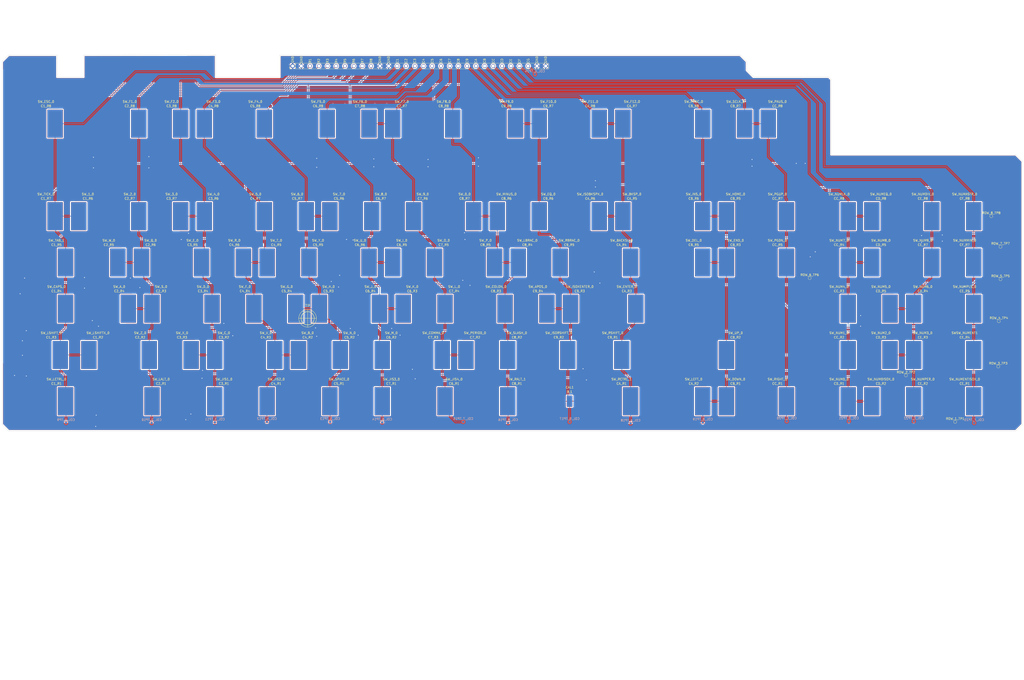
<source format=kicad_pcb>
(kicad_pcb (version 20210722) (generator pcbnew)
  (layers (0 "F.Cu" signal) (31 "B.Cu" signal) (34 "B.Paste" user) (35 "F.Paste" user) (36 "B.SilkS" user "B.Silkscreen") (37 "F.SilkS" user "F.Silkscreen") (38 "B.Mask" user) (39 "F.Mask" user) (44 "Edge.Cuts" user))
  (net 0 "")
  (net 1 "GND")
  (net 2 "COL_G")
  (net 3 "COL_E")
  (net 4 "COL_C")
  (net 5 "COL_A")
  (net 6 "COL_8")
  (net 7 "COL_6")
  (net 8 "COL_4")
  (net 9 "COL_2")
  (net 10 "ROW_8")
  (net 11 "ROW_6")
  (net 12 "ROW_4")
  (net 13 "ROW_2")
  (net 14 "COL_F")
  (net 15 "COL_D")
  (net 16 "COL_B")
  (net 17 "COL_9")
  (net 18 "COL_7")
  (net 19 "COL_5")
  (net 20 "COL_3")
  (net 21 "COL_1")
  (net 22 "ROW_7")
  (net 23 "ROW_5")
  (net 24 "ROW_3")
  (net 25 "ROW_1")
  (footprint "lib_fp:SW_CAP_IBM_F" (layer "F.Cu") (at 67.859 -149.442)
    (fp_text reference "SW_F1_0")
    (fp_text value "C2_R8")
  )
  (footprint "lib_fp:SW_CAP_IBM_F" (layer "F.Cu") (at 86.859 -149.442)
    (fp_text reference "SW_F2_0")
    (fp_text value "C3_R8")
  )
  (footprint "lib_fp:SW_CAP_IBM_F_ALT" (layer "F.Cu") (at 105.859 -149.442)
    (fp_text reference "SW_F3_0")
    (fp_text value "C4_R8")
  )
  (footprint "lib_fp:SW_CAP_IBM_F" (layer "F.Cu") (at 124.859 -149.442)
    (fp_text reference "SW_F4_0")
    (fp_text value "C5_R8")
  )
  (footprint "lib_fp:SW_CAP_IBM_F" (layer "F.Cu") (at 153.359 -149.442)
    (fp_text reference "SW_F5_0")
    (fp_text value "C6_R8")
  )
  (footprint "lib_fp:SW_CAP_IBM_F" (layer "F.Cu") (at 172.359 -149.442)
    (fp_text reference "SW_F6_0")
    (fp_text value "C7_R8")
  )
  (footprint "lib_fp:SW_CAP_IBM_F_ALT" (layer "F.Cu") (at 191.359 -149.442)
    (fp_text reference "SW_F7_0")
    (fp_text value "C7_R7")
  )
  (footprint "lib_fp:SW_CAP_IBM_F" (layer "F.Cu") (at 210.359 -149.442)
    (fp_text reference "SW_F8_0")
    (fp_text value "C8_R8")
  )
  (footprint "lib_fp:SW_CAP_IBM_F" (layer "F.Cu") (at 238.859 -149.442)
    (fp_text reference "SW_F9_0")
    (fp_text value "C9_R8")
  )
  (footprint "lib_fp:SW_CAP_IBM_F_ALT" (layer "F.Cu") (at 257.859 -149.442)
    (fp_text reference "SW_F10_0")
    (fp_text value "C9_R7")
  )
  (footprint "lib_fp:SW_CAP_IBM_F" (layer "F.Cu") (at 276.859 -149.442)
    (fp_text reference "SW_F11_0")
    (fp_text value "CA_R8")
  )
  (footprint "lib_fp:SW_CAP_IBM_F_ALT" (layer "F.Cu") (at 295.859 -149.442)
    (fp_text reference "SW_F12_0")
    (fp_text value "CA_R7")
  )
  (footprint "lib_fp:SW_CAP_IBM_F" (layer "F.Cu") (at 29.859 -149.442)
    (fp_text reference "SW_ESC_0")
    (fp_text value "C1_R8")
  )
  (footprint "lib_fp:SW_CAP_IBM_F" (layer "F.Cu") (at 29.859 -107.442)
    (fp_text reference "SW_TICK_0")
    (fp_text value "C1_R7")
  )
  (footprint "lib_fp:SW_CAP_IBM_F" (layer "F.Cu") (at 67.859 -107.442)
    (fp_text reference "SW_2_0")
    (fp_text value "C2_R7")
  )
  (footprint "lib_fp:SW_CAP_IBM_F" (layer "F.Cu") (at 86.859 -107.442)
    (fp_text reference "SW_3_0")
    (fp_text value "C3_R7")
  )
  (footprint "lib_fp:SW_CAP_IBM_F_ALT" (layer "F.Cu") (at 105.859 -107.442)
    (fp_text reference "SW_4_0")
    (fp_text value "C3_R6")
  )
  (footprint "lib_fp:SW_CAP_IBM_F" (layer "F.Cu") (at 124.859 -107.442)
    (fp_text reference "SW_5_0")
    (fp_text value "C4_R7")
  )
  (footprint "lib_fp:SW_CAP_IBM_F" (layer "F.Cu") (at 143.859 -107.442)
    (fp_text reference "SW_6_0")
    (fp_text value "C5_R7")
  )
  (footprint "lib_fp:SW_CAP_IBM_F_ALT" (layer "F.Cu") (at 162.859 -107.442)
    (fp_text reference "SW_7_0")
    (fp_text value "C5_R6")
  )
  (footprint "lib_fp:SW_CAP_IBM_F_ALT" (layer "F.Cu") (at 181.859 -107.442)
    (fp_text reference "SW_8_0")
    (fp_text value "C6_R7")
  )
  (footprint "lib_fp:SW_CAP_IBM_F_ALT" (layer "F.Cu") (at 200.859 -107.442)
    (fp_text reference "SW_9_0")
    (fp_text value "C7_R6")
  )
  (footprint "lib_fp:SW_CAP_IBM_F" (layer "F.Cu") (at 219.859 -107.442)
    (fp_text reference "SW_0_0")
    (fp_text value "C8_R7")
  )
  (footprint "lib_fp:SW_CAP_IBM_F_ALT" (layer "F.Cu") (at 238.859 -107.442)
    (fp_text reference "SW_MINUS_0")
    (fp_text value "C8_R6")
  )
  (footprint "lib_fp:SW_CAP_IBM_F_ALT" (layer "F.Cu") (at 257.859 -107.442)
    (fp_text reference "SW_EQ_0")
    (fp_text value "C9_R6")
  )
  (footprint "lib_fp:SW_CAP_IBM_F" (layer "F.Cu") (at 276.859 -107.442)
    (fp_text reference "SW_ISOBKSPX_0")
    (fp_text value "CA_R6")
  )
  (footprint "lib_fp:SW_CAP_IBM_F_ALT" (layer "F.Cu") (at 295.859 -107.442)
    (fp_text reference "SW_BKSP_0")
    (fp_text value "CA_R5")
  )
  (footprint "lib_fp:SW_CAP_IBM_F" (layer "F.Cu") (at 323.859 -107.442)
    (fp_text reference "SW_INS_0")
    (fp_text value "CB_R6")
  )
  (footprint "lib_fp:SW_CAP_IBM_F_ALT" (layer "F.Cu") (at 342.859 -107.442)
    (fp_text reference "SW_HOME_0")
    (fp_text value "CB_R5")
  )
  (footprint "lib_fp:SW_CAP_IBM_F" (layer "F.Cu") (at 361.859 -107.442)
    (fp_text reference "SW_PGUP_0")
    (fp_text value "CC_R7")
  )
  (footprint "lib_fp:SW_CAP_IBM_F" (layer "F.Cu") (at 389.859 -107.442)
    (fp_text reference "SW_NUMLK_0")
    (fp_text value "CC_R8")
  )
  (footprint "lib_fp:SW_CAP_IBM_F_ALT" (layer "F.Cu") (at 408.859 -107.442)
    (fp_text reference "SW_NUMEQ_0")
    (fp_text value "CD_R8")
  )
  (footprint "lib_fp:SW_CAP_IBM_F" (layer "F.Cu") (at 427.859 -107.442)
    (fp_text reference "SW_NUMDIV_0")
    (fp_text value "CE_R8")
  )
  (footprint "lib_fp:SW_CAP_IBM_F" (layer "F.Cu") (at 446.859 -107.442)
    (fp_text reference "SW_NUMASTR_0")
    (fp_text value "CF_R8")
  )
  (footprint "lib_fp:SW_CAP_IBM_F" (layer "F.Cu") (at 58.359 -86.442)
    (fp_text reference "SW_W_0")
    (fp_text value "C2_R5")
  )
  (footprint "lib_fp:SW_CAP_IBM_F_ALT" (layer "F.Cu") (at 77.359 -86.442)
    (fp_text reference "SW_Q_0")
    (fp_text value "C2_R6")
  )
  (footprint "lib_fp:SW_CAP_IBM_F" (layer "F.Cu") (at 96.359 -86.442)
    (fp_text reference "SW_E_0")
    (fp_text value "C3_R5")
  )
  (footprint "lib_fp:SW_CAP_IBM_F" (layer "F.Cu") (at 115.359 -86.442)
    (fp_text reference "SW_R_0")
    (fp_text value "C4_R6")
  )
  (footprint "lib_fp:SW_CAP_IBM_F_ALT" (layer "F.Cu") (at 134.359 -86.442)
    (fp_text reference "SW_T_0")
    (fp_text value "C4_R5")
  )
  (footprint "lib_fp:SW_CAP_IBM_F_ALT" (layer "F.Cu") (at 153.359 -86.442)
    (fp_text reference "SW_Y_0")
    (fp_text value "C5_R5")
  )
  (footprint "lib_fp:SW_CAP_IBM_F" (layer "F.Cu") (at 172.359 -86.442)
    (fp_text reference "SW_U_0")
    (fp_text value "C6_R6")
  )
  (footprint "lib_fp:SW_CAP_IBM_F_ALT" (layer "F.Cu") (at 191.359 -86.442)
    (fp_text reference "SW_I_0")
    (fp_text value "C6_R5")
  )
  (footprint "lib_fp:SW_CAP_IBM_F_ALT" (layer "F.Cu") (at 210.359 -86.442)
    (fp_text reference "SW_O_0")
    (fp_text value "C7_R5")
  )
  (footprint "lib_fp:SW_CAP_IBM_F" (layer "F.Cu") (at 229.359 -86.442)
    (fp_text reference "SW_P_0")
    (fp_text value "C8_R5")
  )
  (footprint "lib_fp:SW_CAP_IBM_F_ALT" (layer "F.Cu") (at 248.359 -86.442)
    (fp_text reference "SW_LBRAC_0")
    (fp_text value "C8_R4")
  )
  (footprint "lib_fp:SW_CAP_IBM_F_ALT" (layer "F.Cu") (at 267.359 -86.442)
    (fp_text reference "SW_RBRAC_0")
    (fp_text value "C9_R5")
  )
  (footprint "lib_fp:SW_CAP_IBM_F" (layer "F.Cu") (at 291.109 -86.442)
    (fp_text reference "SW_BACKSL_0")
    (fp_text value "CA_R4")
  )
  (footprint "lib_fp:SW_CAP_IBM_F" (layer "F.Cu") (at 323.859 -86.442)
    (fp_text reference "SW_DEL_0")
    (fp_text value "CB_R5")
  )
  (footprint "lib_fp:SW_CAP_IBM_F_ALT" (layer "F.Cu") (at 342.859 -86.442)
    (fp_text reference "SW_END_0")
    (fp_text value "CB_R3")
  )
  (footprint "lib_fp:SW_CAP_IBM_F" (layer "F.Cu") (at 361.859 -86.442)
    (fp_text reference "SW_PGDN_0")
    (fp_text value "CC_R5")
  )
  (footprint "lib_fp:SW_CAP_IBM_F" (layer "F.Cu") (at 389.859 -86.442)
    (fp_text reference "SW_NUM7_0")
    (fp_text value "CC_R4")
  )
  (footprint "lib_fp:SW_CAP_IBM_F_ALT" (layer "F.Cu") (at 408.859 -86.442)
    (fp_text reference "SW_NUM8_0")
    (fp_text value "CD_R5")
  )
  (footprint "lib_fp:SW_CAP_IBM_F" (layer "F.Cu") (at 427.859 -86.442)
    (fp_text reference "SW_NUM9_0")
    (fp_text value "CE_R7")
  )
  (footprint "lib_fp:SW_CAP_IBM_F" (layer "F.Cu") (at 446.859 -86.442)
    (fp_text reference "SW_NUMMIN_0")
    (fp_text value "CF_R7")
  )
  (footprint "lib_fp:SW_CAP_IBM_F" (layer "F.Cu") (at 34.609 -86.442)
    (fp_text reference "SW_TAB_1")
    (fp_text value "C1_R5")
  )
  (footprint "lib_fp:SW_CAP_IBM_F" (layer "F.Cu") (at 63.109 -65.442)
    (fp_text reference "SW_A_0")
    (fp_text value "C2_R4")
  )
  (footprint "lib_fp:SW_CAP_IBM_F_ALT" (layer "F.Cu") (at 82.109 -65.442)
    (fp_text reference "SW_S_0")
    (fp_text value "C2_R3")
  )
  (footprint "lib_fp:SW_CAP_IBM_F" (layer "F.Cu") (at 101.109 -65.442)
    (fp_text reference "SW_D_0")
    (fp_text value "C3_R4")
  )
  (footprint "lib_fp:SW_CAP_IBM_F" (layer "F.Cu") (at 120.109 -65.442)
    (fp_text reference "SW_F_0")
    (fp_text value "C4_R4")
  )
  (footprint "lib_fp:SW_CAP_IBM_F" (layer "F.Cu") (at 139.109 -65.442)
    (fp_text reference "SW_G_0")
    (fp_text value "C5_R4")
  )
  (footprint "lib_fp:SW_CAP_IBM_F_ALT" (layer "F.Cu") (at 158.109 -65.442)
    (fp_text reference "SW_H_0")
    (fp_text value "C5_R3")
  )
  (footprint "lib_fp:SW_CAP_IBM_F" (layer "F.Cu") (at 177.109 -65.442)
    (fp_text reference "SW_J_0")
    (fp_text value "C6_R4")
  )
  (footprint "lib_fp:SW_CAP_IBM_F_ALT" (layer "F.Cu") (at 196.109 -65.442)
    (fp_text reference "SW_K_0")
    (fp_text value "C6_R3")
  )
  (footprint "lib_fp:SW_CAP_IBM_F_ALT" (layer "F.Cu") (at 215.109 -65.442)
    (fp_text reference "SW_L_0")
    (fp_text value "C7_R4")
  )
  (footprint "lib_fp:SW_CAP_IBM_F" (layer "F.Cu") (at 234.109 -65.442)
    (fp_text reference "SW_COLON_0")
    (fp_text value "C8_R3")
  )
  (footprint "lib_fp:SW_CAP_IBM_F" (layer "F.Cu") (at 253.109 -65.442)
    (fp_text reference "SW_APOS_0")
    (fp_text value "C9_R4")
  )
  (footprint "lib_fp:SW_CAP_IBM_F_ALT" (layer "F.Cu") (at 272.109 -65.442)
    (fp_text reference "SW_ISOXENTER_0")
    (fp_text value "C9_R3")
  )
  (footprint "lib_fp:SW_CAP_IBM_F" (layer "F.Cu") (at 293.484 -65.442)
    (fp_text reference "SW_ENTER_0")
    (fp_text value "CA_R3")
  )
  (footprint "lib_fp:SW_CAP_IBM_F_ALT" (layer "F.Cu") (at 342.859 -44.442)
    (fp_text reference "SW_UP_0")
    (fp_text value "CB_R2")
  )
  (footprint "lib_fp:SW_CAP_IBM_F" (layer "F.Cu") (at 389.859 -65.442)
    (fp_text reference "SW_NUM4_0")
    (fp_text value "CC_R3")
  )
  (footprint "lib_fp:SW_CAP_IBM_F" (layer "F.Cu") (at 408.859 -65.442)
    (fp_text reference "SW_NUM5_0")
    (fp_text value "CD_R5")
  )
  (footprint "lib_fp:SW_CAP_IBM_F_ALT" (layer "F.Cu") (at 427.859 -65.442)
    (fp_text reference "SW_NUM6_0")
    (fp_text value "CD_R4")
  )
  (footprint "lib_fp:SW_CAP_IBM_F" (layer "F.Cu") (at 446.859 -65.442)
    (fp_text reference "SW_NUMPLS_0")
    (fp_text value "CE_R5")
  )
  (footprint "lib_fp:SW_CAP_IBM_F" (layer "F.Cu") (at 34.609 -65.442)
    (fp_text reference "SW_CAPS_0")
    (fp_text value "C1_R4")
  )
  (footprint "lib_fp:SW_CAP_IBM_F" (layer "F.Cu") (at 32.234 -44.442)
    (fp_text reference "SW_LSHIFT_0")
    (fp_text value "C1_R3")
  )
  (footprint "lib_fp:SW_CAP_IBM_F" (layer "F.Cu") (at 72.609 -44.442)
    (fp_text reference "SW_Z_0")
    (fp_text value "C2_R2")
  )
  (footprint "lib_fp:SW_CAP_IBM_F" (layer "F.Cu") (at 91.609 -44.442)
    (fp_text reference "SW_X_0")
    (fp_text value "C3_R3")
  )
  (footprint "lib_fp:SW_CAP_IBM_F_ALT" (layer "F.Cu") (at 110.609 -44.442)
    (fp_text reference "SW_C_0")
    (fp_text value "C3_R2")
  )
  (footprint "lib_fp:SW_CAP_IBM_F" (layer "F.Cu") (at 129.609 -44.442)
    (fp_text reference "SW_V_0")
    (fp_text value "C4_R3")
  )
  (footprint "lib_fp:SW_CAP_IBM_F_ALT" (layer "F.Cu") (at 148.609 -44.442)
    (fp_text reference "SW_B_0")
    (fp_text value "C4_R2")
  )
  (footprint "lib_fp:SW_CAP_IBM_F_ALT" (layer "F.Cu") (at 167.609 -44.442)
    (fp_text reference "SW_N_0")
    (fp_text value "C5_R2")
  )
  (footprint "lib_fp:SW_CAP_IBM_F_ALT" (layer "F.Cu") (at 186.609 -44.442)
    (fp_text reference "SW_M_0")
    (fp_text value "C6_R2")
  )
  (footprint "lib_fp:SW_CAP_IBM_F" (layer "F.Cu") (at 205.609 -44.442)
    (fp_text reference "SW_COMMA_0")
    (fp_text value "C7_R3")
  )
  (footprint "lib_fp:SW_CAP_IBM_F_ALT" (layer "F.Cu") (at 224.609 -44.442)
    (fp_text reference "SW_PERIOD_0")
    (fp_text value "C7_R2")
  )
  (footprint "lib_fp:SW_CAP_IBM_F_ALT" (layer "F.Cu") (at 243.609 -44.442)
    (fp_text reference "SW_SLASH_0")
    (fp_text value "C8_R2")
  )
  (footprint "lib_fp:SW_CAP_IBM_F" (layer "F.Cu") (at 262.609 -44.442)
    (fp_text reference "SW_ISORSHIFT_0")
    (fp_text value "C9_R2")
  )
  (footprint "lib_fp:SW_CAP_IBM_F" (layer "F.Cu") (at 287.109 -44.442)
    (fp_text reference "SW_RSHIFT_0")
    (fp_text value "C9_R1")
  )
  (footprint "lib_fp:SW_CAP_IBM_F" (layer "F.Cu") (at 323.859 -23.442)
    (fp_text reference "SW_LEFT_0")
    (fp_text value "CA_R2")
  )
  (footprint "lib_fp:SW_CAP_IBM_F" (layer "F.Cu") (at 361.859 -23.442)
    (fp_text reference "SW_RIGHT_0")
    (fp_text value "CC_R1")
  )
  (footprint "lib_fp:SW_CAP_IBM_F" (layer "F.Cu") (at 389.859 -44.442)
    (fp_text reference "SW_NUM1_0")
    (fp_text value "CC_R2")
  )
  (footprint "lib_fp:SW_CAP_IBM_F" (layer "F.Cu") (at 408.859 -44.442)
    (fp_text reference "SW_NUM2_0")
    (fp_text value "CD_R3")
  )
  (footprint "lib_fp:SW_CAP_IBM_F_ALT" (layer "F.Cu") (at 427.859 -44.442)
    (fp_text reference "SW_NUM3_0")
    (fp_text value "CE_R3")
  )
  (footprint "lib_fp:SW_CAP_IBM_F" (layer "F.Cu") (at 446.859 -44.442)
    (fp_text reference "SWSW_NUMENT1")
    (fp_text value "CE_R4")
  )
  (footprint "lib_fp:SW_CAP_IBM_F_ALT" (layer "F.Cu") (at 53.471 -44.442)
    (fp_text reference "SW_LSHIFTX_0")
    (fp_text value "C1_R2")
  )
  (footprint "lib_fp:SW_CAP_IBM_F" (layer "F.Cu") (at 34.609 -23.442)
    (fp_text reference "SW_LCTRL_0")
    (fp_text value "C1_R1")
  )
  (footprint "lib_fp:SW_CAP_IBM_F_ALT" (layer "F.Cu") (at 162.859 -23.442)
    (fp_text reference "SW_SPACE_0")
    (fp_text value "C5_R1")
  )
  (footprint "lib_fp:SW_CAP_IBM_F_ALT" (layer "F.Cu") (at 186.609 -23.442)
    (fp_text reference "SW_JIS3_0")
    (fp_text value "C7_R1")
  )
  (footprint "lib_fp:SW_CAP_IBM_F" (layer "F.Cu") (at 291.109 -23.442)
    (fp_text reference "SW_RCTRL_1")
    (fp_text value "CA_R1")
  )
  (footprint "lib_fp:SW_CAP_IBM_F" (layer "F.Cu") (at 389.859 -23.442)
    (fp_text reference "SW_NUM0_0")
    (fp_text value "CD_R1")
  )
  (footprint "lib_fp:SW_CAP_IBM_F_ALT" (layer "F.Cu") (at 408.859 -23.442)
    (fp_text reference "SW_NUM0ISOX_0")
    (fp_text value "CD_R2")
  )
  (footprint "lib_fp:SW_CAP_IBM_F_ALT" (layer "F.Cu") (at 427.859 -23.442)
    (fp_text reference "SW_NUMPER_0")
    (fp_text value "CE_R2")
  )
  (footprint "lib_fp:SW_CAP_IBM_F" (layer "F.Cu") (at 446.859 -23.442)
    (fp_text reference "SW_NUMENTISOX_0")
    (fp_text value "CE_R1")
  )
  (footprint "lib_fp:CONN_CAP_IBM_F" (layer "F.Cu") (at 141.819 -175.599 90)
    (fp_text reference "J1" hide)
    (fp_text value "CONN_CAP_IBM_F")
  )
  (footprint "lib_fp:CAL_CAP_IBM_F" (layer "F.Cu") (at 267.556 -23.462)
    (fp_text reference "CAL1")
    (fp_text value "B,1")
  )
  (footprint "lib_fp:HOLE" (layer "F.Cu") (at 270.944 100.788)
    (fp_text reference "H63" hide)
    (fp_text value "HOLE")
  )
  (footprint "lib_fp:HOLE" (layer "F.Cu") (at 270.934 79.788)
    (fp_text reference "H62" hide)
    (fp_text value "HOLE")
  )
  (footprint "lib_fp:HOLE" (layer "F.Cu") (at 270.934 58.788)
    (fp_text reference "H61" hide)
    (fp_text value "HOLE")
  )
  (footprint "lib_fp:HOLE" (layer "F.Cu") (at 218.464 91.588)
    (fp_text reference "H60" hide)
    (fp_text value "HOLE")
  )
  (footprint "lib_fp:HOLE" (layer "F.Cu") (at 180.454 49.588)
    (fp_text reference "H59" hide)
    (fp_text value "HOLE")
  )
  (footprint "lib_fp:HOLE" (layer "F.Cu") (at 213.944 79.788)
    (fp_text reference "H58" hide)
    (fp_text value "HOLE")
  )
  (footprint "lib_fp:HOLE" (layer "F.Cu") (at 161.454 91.588)
    (fp_text reference "H57" hide)
    (fp_text value "HOLE")
  )
  (footprint "lib_fp:HOLE" (layer "F.Cu") (at 142.464 70.588)
    (fp_text reference "H56" hide)
    (fp_text value "HOLE")
  )
  (footprint "lib_fp:HOLE" (layer "F.Cu") (at 185.934 99.788)
    (fp_text reference "H55" hide)
    (fp_text value "HOLE")
  )
  (footprint "lib_fp:HOLE" (layer "F.Cu") (at 133.454 49.588)
    (fp_text reference "H54" hide)
    (fp_text value "HOLE")
  )
  (footprint "lib_fp:HOLE" (layer "F.Cu") (at 166.924 79.788)
    (fp_text reference "H53" hide)
    (fp_text value "HOLE")
  )
  (footprint "lib_fp:HOLE" (layer "F.Cu") (at 166.934 58.788)
    (fp_text reference "H52" hide)
    (fp_text value "HOLE")
  )
  (footprint "lib_fp:HOLE" (layer "F.Cu") (at 114.444 91.588)
    (fp_text reference "H51" hide)
    (fp_text value "HOLE")
  )
  (footprint "lib_fp:HOLE" (layer "F.Cu") (at 95.444 49.588)
    (fp_text reference "H50" hide)
    (fp_text value "HOLE")
  )
  (footprint "lib_fp:HOLE" (layer "F.Cu") (at 128.924 99.788)
    (fp_text reference "H49" hide)
    (fp_text value "HOLE")
  )
  (footprint "lib_fp:HOLE" (layer "F.Cu") (at 128.924 79.788)
    (fp_text reference "H48" hide)
    (fp_text value "HOLE")
  )
  (footprint "lib_fp:HOLE" (layer "F.Cu") (at 128.934 58.788)
    (fp_text reference "H47" hide)
    (fp_text value "HOLE")
  )
  (footprint "lib_fp:HOLE" (layer "F.Cu") (at 76.454 91.588)
    (fp_text reference "H46" hide)
    (fp_text value "HOLE")
  )
  (footprint "lib_fp:HOLE" (layer "F.Cu") (at 71.944 70.588)
    (fp_text reference "H45" hide)
    (fp_text value "HOLE")
  )
  (footprint "lib_fp:HOLE" (layer "F.Cu") (at 48.454 49.598)
    (fp_text reference "H44" hide)
    (fp_text value "HOLE")
  )
  (footprint "lib_fp:HOLE" (layer "F.Cu") (at 203.144 52.988)
    (fp_text reference "H43" hide)
    (fp_text value "HOLE")
  )
  (footprint "lib_fp:HOLE" (layer "F.Cu") (at 183.344 54.388)
    (fp_text reference "H42" hide)
    (fp_text value "HOLE")
  )
  (footprint "lib_fp:HOLE" (layer "F.Cu") (at 258.494 98.598)
    (fp_text reference "H41" hide)
    (fp_text value "HOLE")
  )
  (footprint "lib_fp:HOLE" (layer "F.Cu") (at 254.294 25.788)
    (fp_text reference "H40" hide)
    (fp_text value "HOLE")
  )
  (footprint "lib_fp:HOLE" (layer "F.Cu") (at 129.4 43.522)
    (fp_text reference "H39" hide)
    (fp_text value "HOLE")
  )
  (footprint "lib_fp:HOLE" (layer "F.Cu") (at 249.544 88.788)
    (fp_text reference "H38" hide)
    (fp_text value "HOLE")
  )
  (footprint "lib_fp:HOLE" (layer "F.Cu") (at 244.794 67.788)
    (fp_text reference "H37" hide)
    (fp_text value "HOLE")
  )
  (footprint "lib_fp:HOLE" (layer "F.Cu") (at 288.474 65.798)
    (fp_text reference "H36" hide)
    (fp_text value "HOLE")
  )
  (footprint "lib_fp:HOLE" (layer "F.Cu") (at 164.944 46.988)
    (fp_text reference "H35" hide)
    (fp_text value "HOLE")
  )
  (footprint "lib_fp:HOLE" (layer "F.Cu") (at 229.114 56.388)
    (fp_text reference "H34" hide)
    (fp_text value "HOLE")
  )
  (footprint "lib_fp:HOLE" (layer "F.Cu") (at 216.284 4.788)
    (fp_text reference "H33" hide)
    (fp_text value "HOLE")
  )
  (footprint "lib_fp:HOLE" (layer "F.Cu") (at 91.41 43.522)
    (fp_text reference "H32" hide)
    (fp_text value "HOLE")
  )
  (footprint "lib_fp:HOLE" (layer "F.Cu") (at 172.544 17.788)
    (fp_text reference "H31" hide)
    (fp_text value "HOLE")
  )
  (footprint "lib_fp:HOLE" (layer "F.Cu") (at 166.144 13.988)
    (fp_text reference "H30" hide)
    (fp_text value "HOLE")
  )
  (footprint "lib_fp:HOLE" (layer "F.Cu") (at 138.644 89.188)
    (fp_text reference "H29" hide)
    (fp_text value "HOLE")
  )
  (footprint "lib_fp:HOLE" (layer "F.Cu") (at 53.41 43.522)
    (fp_text reference "H28" hide)
    (fp_text value "HOLE")
  )
  (footprint "lib_fp:HOLE" (layer "F.Cu") (at 154.344 27.388)
    (fp_text reference "H27" hide)
    (fp_text value "HOLE")
  )
  (footprint "lib_fp:HOLE" (layer "F.Cu") (at 149.884 79.608)
    (fp_text reference "H26" hide)
    (fp_text value "HOLE")
  )
  (footprint "lib_fp:HOLE" (layer "F.Cu") (at 134.944 29.188)
    (fp_text reference "H25" hide)
    (fp_text value "HOLE")
  )
  (footprint "lib_fp:HOLE" (layer "F.Cu") (at 146.744 8.788)
    (fp_text reference "H24" hide)
    (fp_text value "HOLE")
  )
  (footprint "lib_fp:HOLE" (layer "F.Cu") (at 153.124 56.388)
    (fp_text reference "H23" hide)
    (fp_text value "HOLE")
  )
  (footprint "lib_fp:HOLE" (layer "F.Cu") (at 100.644 68.188)
    (fp_text reference "H22" hide)
    (fp_text value "HOLE")
  )
  (footprint "lib_fp:HOLE" (layer "F.Cu") (at 62.634 89.188)
    (fp_text reference "H21" hide)
    (fp_text value "HOLE")
  )
  (footprint "lib_fp:HOLE" (layer "F.Cu") (at 62.634 68.188)
    (fp_text reference "H20" hide)
    (fp_text value "HOLE")
  )
  (footprint "lib_fp:HOLE" (layer "F.Cu") (at 66.344 57.746)
    (fp_text reference "H19" hide)
    (fp_text value "HOLE")
  )
  (footprint "lib_fp:HOLE" (layer "F.Cu") (at 109.144 15.188)
    (fp_text reference "H18" hide)
    (fp_text value "HOLE")
  )
  (footprint "lib_fp:HOLE" (layer "F.Cu") (at 73.874 79.608)
    (fp_text reference "H17" hide)
    (fp_text value "HOLE")
  )
  (footprint "lib_fp:HOLE" (layer "F.Cu") (at 83.144 20.188)
    (fp_text reference "H16" hide)
    (fp_text value "HOLE")
  )
  (footprint "lib_fp:HOLE" (layer "F.Cu") (at 62.744 31.788)
    (fp_text reference "H15" hide)
    (fp_text value "HOLE")
  )
  (footprint "lib_fp:HOLE" (layer "F.Cu") (at 79.144 28.388)
    (fp_text reference "H14" hide)
    (fp_text value "HOLE")
  )
  (footprint "lib_fp:HOLE" (layer "F.Cu") (at 184.084 29.578)
    (fp_text reference "H13" hide)
    (fp_text value "HOLE")
  )
  (footprint "lib_fp:HOLE" (layer "F.Cu") (at 31.144 79.588)
    (fp_text reference "H12" hide)
    (fp_text value "HOLE")
  )
  (footprint "lib_fp:HOLE" (layer "F.Cu") (at 32.766 62.23)
    (fp_text reference "H11" hide)
    (fp_text value "HOLE")
  )
  (footprint "lib_fp:HOLE" (layer "F.Cu") (at 25.344 22.188)
    (fp_text reference "H10" hide)
    (fp_text value "HOLE")
  )
  (footprint "lib_fp:HOLE" (layer "F.Cu") (at 110.924 55.968)
    (fp_text reference "H9" hide)
    (fp_text value "HOLE")
  )
  (footprint "lib_fp:HOLE" (layer "F.Cu") (at 30.944 39.388)
    (fp_text reference "H8" hide)
    (fp_text value "HOLE")
  )
  (footprint "lib_fp:HOLE" (layer "F.Cu") (at 63.544 15.788)
    (fp_text reference "H7" hide)
    (fp_text value "HOLE")
  )
  (footprint "lib_fp:HOLE" (layer "F.Cu") (at 76.114 101.448)
    (fp_text reference "H6" hide)
    (fp_text value "HOLE")
  )
  (footprint "lib_fp:HOLE" (layer "F.Cu") (at 100.952 50.888)
    (fp_text reference "H5" hide)
    (fp_text value "HOLE")
  )
  (footprint "lib_fp:HOLE" (layer "F.Cu") (at 108.572 30.822)
    (fp_text reference "H4" hide)
    (fp_text value "HOLE")
  )
  (footprint "lib_fp:HOLE" (layer "F.Cu") (at 76.314 50.888)
    (fp_text reference "H3" hide)
    (fp_text value "HOLE")
  )
  (footprint "lib_fp:HOLE" (layer "F.Cu") (at 81.962 71.888)
    (fp_text reference "H2" hide)
    (fp_text value "HOLE")
  )
  (footprint "lib_fp:HOLE" (layer "F.Cu") (at 89.562 51.822)
    (fp_text reference "H1" hide)
    (fp_text value "HOLE")
  )
  (footprint "TestPoint:TestPoint_Pad_D1.0mm" (layer "F.Cu") (at 442.562 -14.064)
    (fp_text reference "ROW_1_TP1")
    (fp_text value "R1_TestPoint")
  )
  (footprint "TestPoint:TestPoint_Pad_D1.0mm" (layer "F.Cu") (at 420.21 -35.146)
    (fp_text reference "ROW_2_TP2")
    (fp_text value "R2_TestPoint")
  )
  (footprint "TestPoint:TestPoint_Pad_D1.0mm" (layer "F.Cu") (at 462.12 -39.21)
    (fp_text reference "ROW_3_TP3")
    (fp_text value "R3_TestPoint")
  )
  (footprint "TestPoint:TestPoint_Pad_D1.0mm" (layer "F.Cu") (at 462.374 -59.784)
    (fp_text reference "ROW_4_TP4")
    (fp_text value "R4_TestPoint")
  )
  (footprint "TestPoint:TestPoint_Pad_D1.0mm" (layer "F.Cu") (at 463.136 -78.834)
    (fp_text reference "ROW_5_TP5")
    (fp_text value "R5_TestPoint")
  )
  (footprint "TestPoint:TestPoint_Pad_D1.0mm" (layer "F.Cu") (at 376.522 -79.342)
    (fp_text reference "ROW_6_TP6")
    (fp_text value "R6_TestPoint")
  )
  (footprint "TestPoint:TestPoint_Pad_D1.0mm" (layer "F.Cu") (at 463.136 -93.566)
    (fp_text reference "ROW_7_TP7")
    (fp_text value "R7_TestPoint")
  )
  (footprint "TestPoint:TestPoint_Pad_D1.0mm" (layer "F.Cu") (at 458.944 -107.452)
    (fp_text reference "ROW_8_TP8")
    (fp_text value "R8_TestPoint")
  )
  (footprint "lib_fp:SW_CAP_IBM_F_ALT" (layer "F.Cu") (at 110.609 -23.442)
    (fp_text reference "SW_JIS1_0")
    (fp_text value "C3_R1")
  )
  (footprint "lib_fp:SW_CAP_IBM_F_ALT" (layer "F.Cu") (at 134.359 -23.442)
    (fp_text reference "SW_JIS2_0")
    (fp_text value "C4_R1")
  )
  (footprint "lib_fp:SW_CAP_IBM_F_ALT" (layer "F.Cu") (at 243.609 -23.442)
    (fp_text reference "SW_RALT_1")
    (fp_text value "C8_R1")
  )
  (footprint "lib_fp:SW_CAP_IBM_F" (layer "F.Cu") (at 323.859 -149.442)
    (fp_text reference "SW_PRSC_0")
    (fp_text value "CB_R8")
  )
  (footprint "lib_fp:SW_CAP_IBM_F_ALT" (layer "F.Cu") (at 82.109 -23.442)
    (fp_text reference "SW_LALT_0")
    (fp_text value "C2_R1")
  )
  (footprint "lib_fp:SW_CAP_IBM_F_ALT" (layer "F.Cu") (at 361.859 -149.442)
    (fp_text reference "SW_PAUS_0")
    (fp_text value "CC_R8")
  )
  (footprint "lib_fp:SW_CAP_IBM_F" (layer "F.Cu") (at 342.859 -149.442)
    (fp_text reference "SW_SCLK_0")
    (fp_text value "CB_R7")
  )
  (footprint "lib_fp:SW_CAP_IBM_F_ALT" (layer "F.Cu") (at 342.859 -23.442)
    (fp_text reference "SW_DOWN_0")
    (fp_text value "CB_R1")
  )
  (footprint "lib_fp:SW_CAP_IBM_F_ALT" (layer "F.Cu") (at 48.859 -107.442)
    (fp_text reference "SW_1_0")
    (fp_text value "C1_R6")
  )
  (footprint "lib_fp:SW_CAP_IBM_F_ALT" (layer "F.Cu") (at 215.109 -23.442)
    (fp_text reference "SW_JIS4_0")
    (fp_text value "C6_R1")
  )
  (footprint "TestPoint:TestPoint_Pad_D1.0mm" (layer "B.Cu") (at 423.766 -14.318 180)
    (fp_text reference "COL_E_TP22")
    (fp_text value "CE_TestPoint")
  )
  (footprint "TestPoint:TestPoint_Pad_D1.0mm" (layer "B.Cu") (at 451.198 -13.556 180)
    (fp_text reference "COL_F_TP23")
    (fp_text value "CF_TestPoint")
  )
  (footprint "TestPoint:TestPoint_Pad_D1.0mm" (layer "B.Cu") (at 38.956 -13.556 180)
    (fp_text reference "COL_1_TP9")
    (fp_text value "C1_TestPoint")
  )
  (footprint "TestPoint:TestPoint_Pad_D1.0mm" (layer "B.Cu") (at 366.108 -14.318 180)
    (fp_text reference "COL_C_TP20")
    (fp_text value "CC_TestPoint")
  )
  (footprint "TestPoint:TestPoint_Pad_D1.0mm" (layer "B.Cu") (at 106.52 -13.81 180)
    (fp_text reference "COL_3_TP11")
    (fp_text value "C3_TestPoint")
  )
  (footprint "TestPoint:TestPoint_Pad_D1.0mm" (layer "B.Cu") (at 239.616 -13.556 180)
    (fp_text reference "COL_8_TP16")
    (fp_text value "C8_TestPoint")
  )
  (footprint "TestPoint:TestPoint_Pad_D1.0mm" (layer "B.Cu") (at 295.242 -13.302 180)
    (fp_text reference "COL_A_TP18")
    (fp_text value "CA_TestPoint")
  )
  (footprint "TestPoint:TestPoint_Pad_D1.0mm" (layer "B.Cu") (at 267.556 -14.064 180)
    (fp_text reference "COL_9_TP17")
    (fp_text value "C9_TestPoint")
  )
  (footprint "TestPoint:TestPoint_Pad_D1.0mm" (layer "B.Cu") (at 77.818 -13.556 180)
    (fp_text reference "COL_2_TP10")
    (fp_text value "C2_TestPoint")
  )
  (footprint "TestPoint:TestPoint_Pad_D1.0mm" (layer "B.Cu") (at 182.466 -13.81 180)
    (fp_text reference "COL_6_TP14")
    (fp_text value "C6_TestPoint")
  )
  (footprint "TestPoint:TestPoint_Pad_D1.0mm" (layer "B.Cu") (at 394.302 -14.318 180)
    (fp_text reference "COL_D_TP21")
    (fp_text value "CD_TestPoint")
  )
  (footprint "TestPoint:TestPoint_Pad_D1.0mm" (layer "B.Cu") (at 158.844 -14.064 180)
    (fp_text reference "COL_5_TP13")
    (fp_text value "C5_TestPoint")
  )
  (footprint "TestPoint:TestPoint_Pad_D1.0mm" (layer "B.Cu") (at 328.008 -13.81 180)
    (fp_text reference "COL_B_TP19")
    (fp_text value "CB_TestPoint")
  )
  (footprint "TestPoint:TestPoint_Pad_D1.0mm" (layer "B.Cu") (at 219.296 -14.064 180)
    (fp_text reference "COL_7_TP15")
    (fp_text value "C7_TestPoint")
  )
  (footprint "TestPoint:TestPoint_Pad_D1.0mm" (layer "B.Cu") (at 130.142 -14.064 180)
    (fp_text reference "COL_4_TP12")
    (fp_text value "C4_TestPoint")
  )
  (footprint "TestPoint:TestPoint_Pad_D1.0mm" (layer "B.Cu") (at 251.808 -171.798 180)
    (fp_text reference "COL_G_TP24")
    (fp_text value "CG_TestPoint")
  )
  (gr_line (start 148.619 -57.092) (end 148.619 -65.092) (layer "F.SilkS") (width 0.15))
  (gr_line (start 144.619 -61.092) (end 152.619 -61.092) (layer "F.SilkS") (width 0.15))
  (gr_circle (center 148.619 -61.092) (end 152.619 -61.092) (layer "F.SilkS") (width 0.15) (fill none))
  (gr_circle (center 148.619 -61.092) (end 151.619 -61.092) (layer "F.SilkS") (width 0.15) (fill none))
  (gr_circle (center 148.619 -61.092) (end 151.619 -61.092) (layer "F.SilkS") (width 0.15) (fill none))
  (gr_line (start 473.064 -132.392) (end 473.064 -12.922) (layer "Edge.Cuts") (width 0.1))
  (gr_line (start 12.914 -9.922) (end 9.914 -12.922) (layer "Edge.Cuts") (width 0.1))
  (gr_line (start 470.064 -9.922) (end 473.064 -12.922) (layer "Edge.Cuts") (width 0.1))
  (gr_line (start 473.064 -132.392) (end 470.064 -135.392) (layer "Edge.Cuts") (width 0.1))
  (gr_line (start 9.914 -177.592) (end 12.934 -180.599) (layer "Edge.Cuts") (width 0.1))
  (gr_line (start 12.934 -180.599) (end 34.934 -180.599) (layer "Edge.Cuts") (width 0.1))
  (gr_line (start 386.284 -169.472) (end 386.292 -135.392) (layer "Edge.Cuts") (width 0.1))
  (gr_line (start 344.934 -180.599) (end 347.934 -177.614) (layer "Edge.Cuts") (width 0.1))
  (gr_line (start 347.934 -173.644) (end 350.934 -170.644) (layer "Edge.Cuts") (width 0.1))
  (gr_line (start 385.149 -170.644) (end 386.284 -169.472) (layer "Edge.Cuts") (width 0.1))
  (gr_line (start 350.934 -170.644) (end 385.149 -170.644) (layer "Edge.Cuts") (width 0.1))
  (gr_line (start 135.934 -180.599) (end 135.934 -170.599) (layer "Edge.Cuts") (width 0.1))
  (gr_line (start 135.934 -180.599) (end 344.934 -180.599) (layer "Edge.Cuts") (width 0.1))
  (gr_line (start 46.934 -180.599) (end 46.934 -170.599) (layer "Edge.Cuts") (width 0.1))
  (gr_line (start 34.934 -180.599) (end 34.934 -170.599) (layer "Edge.Cuts") (width 0.1))
  (gr_line (start 386.292 -135.392) (end 470.064 -135.392) (layer "Edge.Cuts") (width 0.1))
  (gr_line (start 106.934 -170.599) (end 135.934 -170.599) (layer "Edge.Cuts") (width 0.1))
  (gr_line (start 9.914 -177.592) (end 9.914 -12.922) (layer "Edge.Cuts") (width 0.1))
  (gr_line (start 347.934 -177.614) (end 347.934 -173.644) (layer "Edge.Cuts") (width 0.1))
  (gr_line (start 46.934 -180.599) (end 106.934 -180.688) (layer "Edge.Cuts") (width 0.1))
  (gr_line (start 34.934 -170.599) (end 46.934 -170.599) (layer "Edge.Cuts") (width 0.1))
  (gr_line (start 12.914 -9.922) (end 470.064 -9.922) (layer "Edge.Cuts") (width 0.1))
  (gr_line (start 106.934 -180.688) (end 106.934 -170.599) (layer "Edge.Cuts") (width 0.1))
  (gr_text "TP" (at 148.619 -66.712) (layer "F.SilkS") (effects (font (size 1.27 1.27))))
  (gr_text "GND" (at 256.659 -176.934 90) (layer "F.SilkS") (effects (font (size 1 1)) (justify left)))
  (gr_text "R1" (at 149.739 -176.934 90) (layer "F.SilkS") (effects (font (size 1 1)) (justify left)))
  (gr_text "R8" (at 177.459 -176.934 90) (layer "F.SilkS") (effects (font (size 1 1)) (justify left)))
  (gr_text "CF" (at 244.779 -176.934 90) (layer "F.SilkS") (effects (font (size 1 1)) (justify left)))
  (gr_text "CG" (at 248.739 -176.934 90) (layer "F.SilkS") (effects (font (size 1 1)) (justify left)))
  (gr_text "R6" (at 169.539 -176.934 90) (layer "F.SilkS") (effects (font (size 1 1)) (justify left)))
  (gr_text "GND" (at 145.779 -176.934 90) (layer "F.SilkS") (effects (font (size 1 1)) (justify left)))
  (gr_text "R7" (at 173.499 -176.934 90) (layer "F.SilkS") (effects (font (size 1 1)) (justify left)))
  (gr_text "GND" (at 252.699 -176.934 90) (layer "F.SilkS") (effects (font (size 1 1)) (justify left)))
  (gr_text "R3" (at 157.659 -176.934 90) (layer "F.SilkS") (effects (font (size 1 1)) (justify left)))
  (gr_text "CD" (at 236.859 -176.934 90) (layer "F.SilkS") (effects (font (size 1 1)) (justify left)))
  (gr_text "CB" (at 228.939 -176.934 90) (layer "F.SilkS") (effects (font (size 1 1)) (justify left)))
  (gr_text "R4" (at 161.619 -176.934 90) (layer "F.SilkS") (effects (font (size 1 1)) (justify left)))
  (gr_text "R5" (at 165.579 -176.934 90) (layer "F.SilkS") (effects (font (size 1 1)) (justify left)))
  (gr_text "C2" (at 193.299 -176.934 90) (layer "F.SilkS") (effects (font (size 1 1)) (justify left)))
  (gr_text "CC" (at 232.899 -176.934 90) (layer "F.SilkS") (effects (font (size 1 1)) (justify left)))
  (gr_text "C3" (at 197.259 -176.934 90) (layer "F.SilkS") (effects (font (size 1 1)) (justify left)))
  (gr_text "GND" (at 185.379 -176.934 90) (layer "F.SilkS") (effects (font (size 1 1)) (justify left)))
  (gr_text "C5" (at 205.179 -176.934 90) (layer "F.SilkS") (effects (font (size 1 1)) (justify left)))
  (gr_text "C9" (at 221.019 -176.934 90) (layer "F.SilkS") (effects (font (size 1 1)) (justify left)))
  (gr_text "C8" (at 217.059 -176.934 90) (layer "F.SilkS") (effects (font (size 1 1)) (justify left)))
  (gr_text "GND" (at 141.819 -176.934 90) (layer "F.SilkS") (effects (font (size 1 1)) (justify left)))
  (gr_text "GND" (at 181.419 -176.934 90) (layer "F.SilkS") (effects (font (size 1 1)) (justify left)))
  (gr_text "C7" (at 213.099 -176.934 90) (layer "F.SilkS") (effects (font (size 1 1)) (justify left)))
  (gr_text "CE" (at 240.819 -176.934 90) (layer "F.SilkS") (effects (font (size 1 1)) (justify left)))
  (gr_text "R2" (at 153.699 -176.934 90) (layer "F.SilkS") (effects (font (size 1 1)) (justify left)))
  (gr_text "CA" (at 224.979 -176.934 90) (layer "F.SilkS") (effects (font (size 1 1)) (justify left)))
  (gr_text "C1" (at 189.339 -176.934 90) (layer "F.SilkS") (effects (font (size 1 1)) (justify left)))
  (gr_text "C4" (at 201.219 -176.934 90) (layer "F.SilkS") (effects (font (size 1 1)) (justify left)))
  (gr_text "C6" (at 209.139 -176.934 90) (layer "F.SilkS") (effects (font (size 1 1)) (justify left)))
  (via (at 436.72 -98.9) (size 0.8) (drill 0.4) (layers "F.Cu" "B.Cu") (net 1))
  (via (at 171.544 -53.434) (size 0.8) (drill 0.4) (layers "F.Cu" "B.Cu") (net 1))
  (via (at 91.28 -96.868) (size 0.8) (drill 0.4) (layers "F.Cu" "B.Cu") (net 1))
  (via (at 279.24 -123.538) (size 0.8) (drill 0.4) (layers "F.Cu" "B.Cu") (net 1))
  (via (at 281.272 -77.056) (size 0.8) (drill 0.4) (layers "F.Cu" "B.Cu") (net 1))
  (via (at 219.042 -78.326) (size 0.8) (drill 0.4) (layers "F.Cu" "B.Cu") (net 1))
  (via (at 51.402 -129.38) (size 0.8) (drill 0.4) (layers "F.Cu" "B.Cu") (net 1))
  (via (at 448.912 -73.246) (size 0.8) (drill 0.4) (layers "F.Cu" "B.Cu") (net 1))
  (via (at 169.258 -96.614) (size 0.8) (drill 0.4) (layers "F.Cu" "B.Cu") (net 1))
  (via (at 374.49 -131.412) (size 0.8) (drill 0.4) (layers "F.Cu" "B.Cu") (net 1))
  (via (at 52.418 -12.032) (size 0.8) (drill 0.4) (layers "F.Cu" "B.Cu") (net 1))
  (via (at 399.636 -57.498) (size 0.8) (drill 0.4) (layers "F.Cu" "B.Cu") (net 1))
  (via (at 399.636 -62.324) (size 0.8) (drill 0.4) (layers "F.Cu" "B.Cu") (net 1))
  (via (at 278.732 -82.136) (size 0.8) (drill 0.4) (layers "F.Cu" "B.Cu") (net 1))
  (via (at 93.312 -15.08) (size 0.8) (drill 0.4) (layers "F.Cu" "B.Cu") (net 1))
  (via (at 203.294 -129.888) (size 0.8) (drill 0.4) (layers "F.Cu" "B.Cu") (net 1))
  (via (at 152.748 -133.698) (size 0.8) (drill 0.4) (layers "F.Cu" "B.Cu") (net 1))
  (via (at 190.594 -53.434) (size 0.8) (drill 0.4) (layers "F.Cu" "B.Cu") (net 1))
  (via (at 20.922 -34.892) (size 0.8) (drill 0.4) (layers "F.Cu" "B.Cu") (net 1))
  (via (at 279.24 -120.7355) (size 0.8) (drill 0.4) (layers "F.Cu" "B.Cu") (net 1))
  (via (at 379.062 -91.28) (size 0.8) (drill 0.4) (layers "F.Cu" "B.Cu") (net 1))
  (via (at 197.452 -33.622) (size 0.8) (drill 0.4) (layers "F.Cu" "B.Cu") (net 1))
  (via (at 178.656 -129.888) (size 0.8) (drill 0.4) (layers "F.Cu" "B.Cu") (net 1))
  (via (at 76.548 -129.38) (size 0.8) (drill 0.4) (layers "F.Cu" "B.Cu") (net 1))
  (via (at 196.182 -37.94) (size 0.8) (drill 0.4) (layers "F.Cu" "B.Cu") (net 1))
  (via (at 15.588 -35.146) (size 0.8) (drill 0.4) (layers "F.Cu" "B.Cu") (net 1))
  (via (at 94.582 -99.662) (size 0.8) (drill 0.4) (layers "F.Cu" "B.Cu") (net 1))
  (via (at 152.24 -56.736) (size 0.8) (drill 0.4) (layers "F.Cu" "B.Cu") (net 1))
  (via (at 178.656 -133.444) (size 0.8) (drill 0.4) (layers "F.Cu" "B.Cu") (net 1))
  (via (at 203.294 -133.19) (size 0.8) (drill 0.4) (layers "F.Cu" "B.Cu") (net 1))
  (via (at 100.678 -33.876) (size 0.8) (drill 0.4) (layers "F.Cu" "B.Cu") (net 1))
  (via (at 446.626 -75.532) (size 0.8) (drill 0.4) (layers "F.Cu" "B.Cu") (net 1))
  (via (at 47.338 -79.596) (size 0.8) (drill 0.4) (layers "F.Cu" "B.Cu") (net 1))
  (via (at 53.688 -57.498) (size 0.8) (drill 0.4) (layers "F.Cu" "B.Cu") (net 1))
  (via (at 370.426 -131.412) (size 0.8) (drill 0.4) (layers "F.Cu" "B.Cu") (net 1))
  (via (at 427.322 -95.598) (size 0.8) (drill 0.4) (layers "F.Cu" "B.Cu") (net 1))
  (via (at 163.162 -80.612) (size 0.8) (drill 0.4) (layers "F.Cu" "B.Cu") (net 1))
  (via (at 19.144 -44.29) (size 0.8) (drill 0.4) (layers "F.Cu" "B.Cu") (net 1))
  (via (at 152.748 -129.634) (size 0.8) (drill 0.4) (layers "F.Cu" "B.Cu") (net 1))
  (via (at 186.784 -56.482) (size 0.8) (drill 0.4) (layers "F.Cu" "B.Cu") (net 1))
  (via (at 72.484 -75.024) (size 0.8) (drill 0.4) (layers "F.Cu" "B.Cu") (net 1))
  (via (at 18.128 -72.23) (size 0.8) (drill 0.4) (layers "F.Cu" "B.Cu") (net 1))
  (via (at 219.804 -99.916) (size 0.8) (drill 0.4) (layers "F.Cu" "B.Cu") (net 1))
  (via (at 436.72 -96.0975) (size 0.8) (drill 0.4) (layers "F.Cu" "B.Cu") (net 1))
  (via (at 226.154 -130.142) (size 0.8) (drill 0.4) (layers "F.Cu" "B.Cu") (net 1))
  (via (at 50.894 -60.038) (size 0.8) (drill 0.4) (layers "F.Cu" "B.Cu") (net 1))
  (via (at 226.154 -133.952) (size 0.8) (drill 0.4) (layers "F.Cu" "B.Cu") (net 1))
  (via (at 222.344 -76.04) (size 0.8) (drill 0.4) (layers "F.Cu" "B.Cu") (net 1))
  (via (at 47.338 -74.77) (size 0.8) (drill 0.4) (layers "F.Cu" "B.Cu") (net 1))
  (via (at 95.598 -17.62) (size 0.8) (drill 0.4) (layers "F.Cu" "B.Cu") (net 1))
  (via (at 275.176 -33.114) (size 0.8) (drill 0.4) (layers "F.Cu" "B.Cu") (net 1))
  (via (at 350.36 -133.19) (size 0.8) (drill 0.4) (layers "F.Cu" "B.Cu") (net 1))
  (via (at 20.16 -79.342) (size 0.8) (drill 0.4) (layers "F.Cu" "B.Cu") (net 1))
  (via (at 166.2795 -96.868) (size 0.8) (drill 0.4) (layers "F.Cu" "B.Cu") (net 1))
  (via (at 51.402 -134.206) (size 0.8) (drill 0.4) (layers "F.Cu" "B.Cu") (net 1))
  (via (at 273.652 -38.194) (size 0.8) (drill 0.4) (layers "F.Cu" "B.Cu") (net 1))
  (via (at 376.776 -88.994) (size 0.8) (drill 0.4) (layers "F.Cu" "B.Cu") (net 1))
  (via (at 427.322 -98.646) (size 0.8) (drill 0.4) (layers "F.Cu" "B.Cu") (net 1))
  (via (at 162.654 -75.278) (size 0.8) (drill 0.4) (layers "F.Cu" "B.Cu") (net 1))
  (via (at 159.352 -77.818) (size 0.8) (drill 0.4) (layers "F.Cu" "B.Cu") (net 1))
  (via (at 114.648 -53.18) (size 0.8) (drill 0.4) (layers "F.Cu" "B.Cu") (net 1))
  (via (at 152.748 -52.926) (size 0.8) (drill 0.4) (layers "F.Cu" "B.Cu") (net 1))
  (via (at 220.058 -96.868) (size 0.8) (drill 0.4) (layers "F.Cu" "B.Cu") (net 1))
  (via (at 76.548 -134.46) (size 0.8) (drill 0.4) (layers "F.Cu" "B.Cu") (net 1))
  (via (at 68.166 -79.342) (size 0.8) (drill 0.4) (layers "F.Cu" "B.Cu") (net 1))
  (via (at 19.144 -50.894) (size 0.8) (drill 0.4) (layers "F.Cu" "B.Cu") (net 1))
  (via (at 100.932 -37.432) (size 0.8) (drill 0.4) (layers "F.Cu" "B.Cu") (net 1))
  (via (at 167.988 -56.482) (size 0.8) (drill 0.4) (layers "F.Cu" "B.Cu") (net 1))
  (via (at 350.36 -130.142) (size 0.8) (drill 0.4) (layers "F.Cu" "B.Cu") (net 1))
  (via (at 110.584 -58.768) (size 0.8) (drill 0.4) (layers "F.Cu" "B.Cu") (net 1))
  (via (at 20.922 -55.466) (size 0.8) (drill 0.4) (layers "F.Cu" "B.Cu") (net 1))
  (via (at 52.672 -17.112) (size 0.8) (drill 0.4) (layers "F.Cu" "B.Cu") (net 1))
  (segment (start 178.656 -133.444) (end 178.656 -129.888) (width 0.75) (layer "B.Cu") (net 1))
  (segment (start 93.312 -15.08) (end 93.312 -15.334) (width 0.75) (layer "B.Cu") (net 1))
  (segment (start 219.804 -99.916) (end 219.804 -97.122) (width 0.75) (layer "B.Cu") (net 1))
  (segment (start 52.418 -16.858) (end 52.672 -17.112) (width 0.75) (layer "B.Cu") (net 1))
  (segment (start 171.036 -53.434) (end 167.988 -56.482) (width 0.75) (layer "B.Cu") (net 1))
  (segment (start 374.49 -131.412) (end 370.426 -131.412) (width 0.75) (layer "B.Cu") (net 1))
  (segment (start 152.748 -56.228) (end 152.24 -56.736) (width 0.75) (layer "B.Cu") (net 1))
  (segment (start 399.636 -57.498) (end 399.636 -62.324) (width 0.75) (layer "B.Cu") (net 1))
  (segment (start 190.594 -53.434) (end 189.832 -53.434) (width 0.75) (layer "B.Cu") (net 1))
  (segment (start 275.176 -36.67) (end 273.652 -38.194) (width 0.75) (layer "B.Cu") (net 1))
  (segment (start 159.352 -77.818) (end 160.368 -77.818) (width 0.75) (layer "B.Cu") (net 1))
  (segment (start 222.344 -76.04) (end 221.328 -76.04) (width 0.75) (layer "B.Cu") (net 1))
  (segment (start 51.402 -134.206) (end 51.402 -129.38) (width 0.75) (layer "B.Cu") (net 1))
  (segment (start 275.176 -33.114) (end 275.176 -36.67) (width 0.75) (layer "B.Cu") (net 1))
  (segment (start 52.418 -12.032) (end 52.418 -16.858) (width 0.75) (layer "B.Cu") (net 1))
  (segment (start 166.5335 -96.614) (end 166.2795 -96.868) (width 0.75) (layer "B.Cu") (net 1))
  (segment (start 94.074 -99.662) (end 91.28 -96.868) (width 0.75) (layer "B.Cu") (net 1))
  (segment (start 76.548 -134.46) (end 76.548 -129.38) (width 0.75) (layer "B.Cu") (net 1))
  (segment (start 279.24 -123.538) (end 279.24 -120.7355) (width 0.75) (layer "B.Cu") (net 1))
  (segment (start 51.148 -60.038) (end 53.688 -57.498) (width 0.75) (layer "B.Cu") (net 1))
  (segment (start 197.452 -36.67) (end 196.182 -37.94) (width 0.75) (layer "B.Cu") (net 1))
  (segment (start 446.626 -75.532) (end 448.912 -73.246) (width 0.75) (layer "B.Cu") (net 1))
  (segment (start 50.894 -60.038) (end 51.148 -60.038) (width 0.75) (layer "B.Cu") (net 1))
  (segment (start 221.328 -76.04) (end 219.042 -78.326) (width 0.75) (layer "B.Cu") (net 1))
  (segment (start 152.748 -133.698) (end 152.748 -129.634) (width 0.75) (layer "B.Cu") (net 1))
  (segment (start 100.678 -37.178) (end 100.932 -37.432) (width 0.75) (layer "B.Cu") (net 1))
  (segment (start 15.588 -35.146) (end 15.588 -40.734) (width 0.75) (layer "B.Cu") (net 1))
  (segment (start 19.144 -53.688) (end 20.922 -55.466) (width 0.75) (layer "B.Cu") (net 1))
  (segment (start 18.128 -77.31) (end 20.16 -79.342) (width 0.75) (layer "B.Cu") (net 1))
  (segment (start 94.582 -99.662) (end 94.074 -99.662) (width 0.75) (layer "B.Cu") (net 1))
  (segment (start 162.654 -75.278) (end 161.892 -75.278) (width 0.75) (layer "B.Cu") (net 1))
  (segment (start 281.272 -77.056) (end 281.272 -79.596) (width 0.75) (layer "B.Cu") (net 1))
  (segment (start 171.544 -53.434) (end 171.036 -53.434) (width 0.75) (layer "B.Cu") (net 1))
  (segment (start 152.748 -52.926) (end 152.748 -56.228) (width 0.75) (layer "B.Cu") (net 1))
  (segment (start 169.258 -96.614) (end 166.5335 -96.614) (width 0.75) (layer "B.Cu") (net 1))
  (segment (start 379.062 -91.28) (end 376.776 -88.994) (width 0.75) (layer "B.Cu") (net 1))
  (segment (start 19.144 -50.894) (end 19.144 -53.688) (width 0.75) (layer "B.Cu") (net 1))
  (segment (start 18.128 -72.23) (end 18.128 -77.31) (width 0.75) (layer "B.Cu") (net 1))
  (segment (start 161.892 -75.278) (end 159.352 -77.818) (width 0.75) (layer "B.Cu") (net 1))
  (segment (start 100.678 -33.876) (end 100.678 -37.178) (width 0.75) (layer "B.Cu") (net 1))
  (segment (start 114.648 -53.18) (end 114.648 -54.704) (width 0.75) (layer "B.Cu") (net 1))
  (segment (start 197.452 -33.622) (end 197.452 -36.67) (width 0.75) (layer "B.Cu") (net 1))
  (segment (start 226.154 -133.952) (end 226.154 -130.142) (width 0.75) (layer "B.Cu") (net 1))
  (segment (start 68.166 -79.342) (end 72.484 -75.024) (width 0.75) (layer "B.Cu") (net 1))
  (segment (start 350.36 -133.19) (end 350.36 -130.142) (width 0.75) (layer "B.Cu") (net 1))
  (segment (start 114.648 -54.704) (end 110.584 -58.768) (width 0.75) (layer "B.Cu") (net 1))
  (segment (start 281.272 -79.596) (end 278.732 -82.136) (width 0.75) (layer "B.Cu") (net 1))
  (segment (start 15.588 -40.734) (end 19.144 -44.29) (width 0.75) (layer "B.Cu") (net 1))
  (segment (start 15.588 -35.146) (end 20.668 -35.146) (width 0.75) (layer "B.Cu") (net 1))
  (segment (start 160.368 -77.818) (end 163.162 -80.612) (width 0.75) (layer "B.Cu") (net 1))
  (segment (start 20.668 -35.146) (end 20.922 -34.892) (width 0.75) (layer "B.Cu") (net 1))
  (segment (start 47.338 -74.77) (end 47.338 -79.596) (width 0.75) (layer "B.Cu") (net 1))
  (segment (start 219.804 -97.122) (end 220.058 -96.868) (width 0.75) (layer "B.Cu") (net 1))
  (segment (start 189.832 -53.434) (end 186.784 -56.482) (width 0.75) (layer "B.Cu") (net 1))
  (segment (start 93.312 -15.334) (end 95.598 -17.62) (width 0.75) (layer "B.Cu") (net 1))
  (segment (start 436.72 -98.9) (end 436.72 -96.0975) (width 0.75) (layer "B.Cu") (net 1))
  (segment (start 427.322 -98.646) (end 427.322 -95.598) (width 0.75) (layer "B.Cu") (net 1))
  (segment (start 203.294 -133.19) (end 203.294 -129.888) (width 0.75) (layer "B.Cu") (net 1))
  (segment (start 251.808 -171.798) (end 251.808 -172.53) (width 0.25) (layer "B.Cu") (net 2))
  (segment (start 251.808 -172.53) (end 248.739 -175.599) (width 0.25) (layer "B.Cu") (net 2))
  (segment (start 380.078 -127.602) (end 383.634 -124.046) (width 0.25) (layer "B.Cu") (net 3))
  (segment (start 383.634 -124.046) (end 426.814 -124.046) (width 0.25) (layer "B.Cu") (net 3))
  (segment (start 431.9865 -79.9425) (end 423.7315 -71.6875) (width 0.25) (layer "B.Cu") (net 3))
  (segment (start 423.766 -14.318) (end 423.766 -23.4075) (width 0.25) (layer "B.Cu") (net 3))
  (segment (start 431.9865 -118.8735) (end 431.9865 -107.442) (width 0.25) (layer "B.Cu") (net 3))
  (segment (start 423.7315 -65.442) (end 412.9865 -65.442) (width 0.25) (layer "B.Cu") (net 3))
  (segment (start 240.819 -175.599) (end 248.976 -167.442) (width 0.25) (layer "B.Cu") (net 3))
  (segment (start 423.7315 -71.6875) (end 423.7315 -23.442) (width 0.25) (layer "B.Cu") (net 3))
  (segment (start 380.078 -158.844) (end 380.078 -127.602) (width 0.25) (layer "B.Cu") (net 3))
  (segment (start 431.9865 -86.442) (end 431.9865 -79.9425) (width 0.25) (layer "B.Cu") (net 3))
  (segment (start 431.9865 -107.442) (end 431.9865 -86.442) (width 0.25) (layer "B.Cu") (net 3))
  (segment (start 371.48 -167.442) (end 380.078 -158.844) (width 0.25) (layer "B.Cu") (net 3))
  (segment (start 248.976 -167.442) (end 371.48 -167.442) (width 0.25) (layer "B.Cu") (net 3))
  (segment (start 423.7315 -44.442) (end 412.9865 -44.442) (width 0.25) (layer "B.Cu") (net 3))
  (segment (start 426.814 -124.046) (end 431.9865 -118.8735) (width 0.25) (layer "B.Cu") (net 3))
  (segment (start 365.6 -115.563978) (end 365.9865 -115.177478) (width 0.25) (layer "B.Cu") (net 4))
  (segment (start 346.9865 -149.442) (end 357.7315 -149.442) (width 0.25) (layer "B.Cu") (net 4))
  (segment (start 342.293 -164.625) (end 346.9865 -159.9315) (width 0.25) (layer "B.Cu") (net 4))
  (segment (start 357.7315 -149.442) (end 357.7315 -134.4545) (width 0.25) (layer "B.Cu") (net 4))
  (segment (start 232.899 -175.599) (end 243.873 -164.625) (width 0.25) (layer "B.Cu") (net 4))
  (segment (start 365.9865 -115.177478) (end 365.9865 -86.442) (width 0.25) (layer "B.Cu") (net 4))
  (segment (start 243.873 -164.625) (end 342.293 -164.625) (width 0.25) (layer "B.Cu") (net 4))
  (segment (start 346.9865 -159.9315) (end 346.9865 -149.442) (width 0.25) (layer "B.Cu") (net 4))
  (segment (start 365.9865 -23.442) (end 365.9865 -86.442) (width 0.25) (layer "B.Cu") (net 4))
  (segment (start 365.9865 -23.442) (end 365.9865 -14.4395) (width 0.25) (layer "B.Cu") (net 4))
  (segment (start 357.7315 -134.4545) (end 365.6 -126.586) (width 0.25) (layer "B.Cu") (net 4))
  (segment (start 365.6 -126.586) (end 365.6 -115.563978) (width 0.25) (layer "B.Cu") (net 4))
  (segment (start 291.2365 -37.6275) (end 295.2365 -33.6275) (width 0.25) (layer "B.Cu") (net 5))
  (segment (start 238.897 -161.681) (end 271.577 -161.681) (width 0.25) (layer "B.Cu") (net 5))
  (segment (start 295.2365 -78.5855) (end 297.6115 -76.2105) (width 0.25) (layer "B.Cu") (net 5))
  (segment (start 291.2365 -44.442) (end 291.2365 -37.6275) (width 0.25) (layer "B.Cu") (net 5))
  (segment (start 297.6115 -76.2105) (end 297.6115 -65.442) (width 0.25) (layer "B.Cu") (net 5))
  (segment (start 291.7315 -107.442) (end 291.7315 -100.1245) (width 0.25) (layer "B.Cu") (net 5))
  (segment (start 291.7315 -149.442) (end 280.9865 -149.442) (width 0.25) (layer "B.Cu") (net 5))
  (segment (start 224.979 -175.599) (end 238.897 -161.681) (width 0.25) (layer "B.Cu") (net 5))
  (segment (start 295.2365 -86.442) (end 295.2365 -78.5855) (width 0.25) (layer "B.Cu") (net 5))
  (segment (start 295.2365 -23.442) (end 295.2365 -13.3075) (width 0.25) (layer "B.Cu") (net 5))
  (segment (start 271.577 -161.681) (end 280.9865 -152.2715) (width 0.25) (layer "B.Cu") (net 5))
  (segment (start 297.6115 -59.4465) (end 291.2365 -53.0715) (width 0.25) (layer "B.Cu") (net 5))
  (segment (start 291.2365 -53.0715) (end 291.2365 -44.442) (width 0.25) (layer "B.Cu") (net 5))
  (segment (start 295.2365 -33.6275) (end 295.2365 -23.442) (width 0.25) (layer "B.Cu") (net 5))
  (segment (start 291.7315 -107.442) (end 280.9865 -107.442) (width 0.25) (layer "B.Cu") (net 5))
  (segment (start 291.7315 -100.1245) (end 295.2365 -96.6195) (width 0.25) (layer "B.Cu") (net 5))
  (segment (start 295.2365 -96.6195) (end 295.2365 -86.442) (width 0.25) (layer "B.Cu") (net 5))
  (segment (start 291.7315 -149.442) (end 291.7315 -107.442) (width 0.25) (layer "B.Cu") (net 5))
  (segment (start 238.2365 -55.8295) (end 239.4815 -54.5845) (width 0.25) (layer "B.Cu") (net 6))
  (segment (start 217.059 -175.599) (end 217.059 -161.433) (width 0.25) (layer "B.Cu") (net 6))
  (segment (start 223.9865 -133.9695) (end 223.9865 -107.442) (width 0.25) (layer "B.Cu") (net 6))
  (segment (start 238.2365 -76.4385) (end 238.2365 -65.442) (width 0.25) (layer "B.Cu") (net 6))
  (segment (start 239.4815 -44.442) (end 239.4815 -23.442) (width 0.25) (layer "B.Cu") (net 6))
  (segment (start 244.2315 -82.4335) (end 238.2365 -76.4385) (width 0.25) (layer "B.Cu") (net 6))
  (segment (start 239.4815 -54.5845) (end 239.4815 -44.442) (width 0.25) (layer "B.Cu") (net 6))
  (segment (start 214.4865 -158.8605) (end 214.4865 -149.442) (width 0.25) (layer "B.Cu") (net 6))
  (segment (start 217.059 -161.433) (end 214.4865 -158.8605) (width 0.25) (layer "B.Cu") (net 6))
  (segment (start 233.4865 -86.442) (end 244.2315 -86.442) (width 0.25) (layer "B.Cu") (net 6))
  (segment (start 234.7315 -107.442) (end 234.7315 -87.687) (width 0.25) (layer "B.Cu") (net 6))
  (segment (start 217.8865 -140.0695) (end 223.9865 -133.9695) (width 0.25) (layer "B.Cu") (net 6))
  (segment (start 214.4865 -140.0695) (end 217.8865 -140.0695) (width 0.25) (layer "B.Cu") (net 6))
  (segment (start 239.616 -13.556) (end 239.616 -23.3075) (width 0.25) (layer "B.Cu") (net 6))
  (segment (start 223.9865 -107.442) (end 234.7315 -107.442) (width 0.25) (layer "B.Cu") (net 6))
  (segment (start 238.2365 -65.442) (end 238.2365 -55.8295) (width 0.25) (layer "B.Cu") (net 6))
  (segment (start 214.4865 -149.442) (end 214.4865 -140.0695) (width 0.25) (layer "B.Cu") (net 6))
  (segment (start 202.532 -162.908) (end 209.139 -169.515) (width 0.25) (layer "B.Cu") (net 7))
  (segment (start 181.2365 -74.9835) (end 181.2365 -65.442) (width 0.25) (layer "B.Cu") (net 7))
  (segment (start 193.388 -162.908) (end 202.532 -162.908) (width 0.25) (layer "B.Cu") (net 7))
  (segment (start 209.139 -169.515) (end 209.139 -175.599) (width 0.25) (layer "B.Cu") (net 7))
  (segment (start 177.7315 -98.7375) (end 176.4865 -97.4925) (width 0.25) (layer "B.Cu") (net 7))
  (segment (start 157.4865 -149.442) (end 157.4865 -141.6595) (width 0.25) (layer "B.Cu") (net 7))
  (segment (start 176.4865 -86.442) (end 176.4865 -79.7335) (width 0.25) (layer "B.Cu") (net 7))
  (segment (start 157.4865 -157.9945) (end 158.717 -159.225) (width 0.25) (layer "B.Cu") (net 7))
  (segment (start 182.466 -13.81) (end 182.466 -23.4265) (width 0.25) (layer "B.Cu") (net 7))
  (segment (start 176.4865 -79.7335) (end 181.2365 -74.9835) (width 0.25) (layer "B.Cu") (net 7))
  (segment (start 176.4865 -86.442) (end 187.2315 -86.442) (width 0.25) (layer "B.Cu") (net 7))
  (segment (start 189.705 -159.225) (end 193.388 -162.908) (width 0.25) (layer "B.Cu") (net 7))
  (segment (start 158.717 -159.225) (end 189.705 -159.225) (width 0.25) (layer "B.Cu") (net 7))
  (segment (start 157.4865 -149.442) (end 157.4865 -157.9945) (width 0.25) (layer "B.Cu") (net 7))
  (segment (start 182.4815 -23.442) (end 182.4815 -44.442) (width 0.25) (layer "B.Cu") (net 7))
  (segment (start 176.4865 -97.4925) (end 176.4865 -86.442) (width 0.25) (layer "B.Cu") (net 7))
  (segment (start 177.7315 -121.4145) (end 177.7315 -107.442) (width 0.25) (layer "B.Cu") (net 7))
  (segment (start 157.4865 -141.6595) (end 177.7315 -121.4145) (width 0.25) (layer "B.Cu") (net 7))
  (segment (start 177.7315 -107.442) (end 177.7315 -98.7375) (width 0.25) (layer "B.Cu") (net 7))
  (segment (start 181.2365 -65.442) (end 191.9815 -65.442) (width 0.25) (layer "B.Cu") (net 7))
  (segment (start 181.2365 -65.442) (end 181.2365 -45.687) (width 0.25) (layer "B.Cu") (net 7))
  (segment (start 133.7365 -44.442) (end 133.7365 -34.9305) (width 0.25) (layer "B.Cu") (net 8))
  (segment (start 109.331 -164.703) (end 101.7315 -157.1035) (width 0.25) (layer "B.Cu") (net 8))
  (segment (start 101.7315 -138.9945) (end 128.9865 -111.7395) (width 0.25) (layer "B.Cu") (net 8))
  (segment (start 101.7315 -157.1035) (end 101.7315 -149.442) (width 0.25) (layer "B.Cu") (net 8))
  (segment (start 124.2365 -76.3575) (end 124.2365 -65.442) (width 0.25) (layer "B.Cu") (net 8))
  (segment (start 128.9865 -107.442) (end 128.9865 -87.687) (width 0.25) (layer "B.Cu") (net 8))
  (segment (start 101.7315 -149.442) (end 101.7315 -138.9945) (width 0.25) (layer "B.Cu") (net 8))
  (segment (start 133.7365 -54.1575) (end 133.7365 -44.442) (width 0.25) (layer "B.Cu") (net 8))
  (segment (start 119.4865 -81.1075) (end 124.2365 -76.3575) (width 0.25) (layer "B.Cu") (net 8))
  (segment (start 130.142 -14.064) (end 130.142 -23.3525) (width 0.25) (layer "B.Cu") (net 8))
  (segment (start 130.2315 -86.442) (end 119.4865 -86.442) (width 0.25) (layer "B.Cu") (net 8))
  (segment (start 133.7365 -34.9305) (end 130.2315 -31.4255) (width 0.25) (layer "B.Cu") (net 8))
  (segment (start 124.2365 -63.6575) (end 133.7365 -54.1575) (width 0.25) (layer "B.Cu") (net 8))
  (segment (start 130.2315 -31.4255) (end 130.2315 -23.442) (width 0.25) (layer "B.Cu") (net 8))
  (segment (start 133.7365 -44.442) (end 144.4815 -44.442) (width 0.25) (layer "B.Cu") (net 8))
  (segment (start 201.219 -175.599) (end 190.323 -164.703) (width 0.25) (layer "B.Cu") (net 8))
  (segment (start 109.331 -164.703) (end 190.323 -164.703) (width 0.25) (layer "B.Cu") (net 8))
  (segment (start 186.363 -168.663) (end 101.893 -168.663) (width 0.25) (layer "B.Cu") (net 9))
  (segment (start 71.9865 -107.442) (end 71.9865 -98.8895) (width 0.25) (layer "B.Cu") (net 9))
  (segment (start 73.2315 -80.8805) (end 77.9815 -76.1305) (width 0.25) (layer "B.Cu") (net 9))
  (segment (start 73.2315 -97.6445) (end 73.2315 -86.442) (width 0.25) (layer "B.Cu") (net 9))
  (segment (start 76.7365 -44.442) (end 76.7365 -35.7195) (width 0.25) (layer "B.Cu") (net 9))
  (segment (start 73.2315 -86.442) (end 62.4865 -86.442) (width 0.25) (layer "B.Cu") (net 9))
  (segment (start 77.9815 -76.1305) (end 77.9815 -65.442) (width 0.25) (layer "B.Cu") (net 9))
  (segment (start 77.9815 -56.6455) (end 76.7365 -55.4005) (width 0.25) (layer "B.Cu") (net 9))
  (segment (start 99.744 -170.812) (end 81.15 -170.812) (width 0.25) (layer "B.Cu") (net 9))
  (segment (start 77.9815 -65.442) (end 67.2365 -65.442) (width 0.25) (layer "B.Cu") (net 9))
  (segment (start 101.893 -168.663) (end 99.744 -170.812) (width 0.25) (layer "B.Cu") (net 9))
  (segment (start 76.7365 -55.4005) (end 76.7365 -44.442) (width 0.25) (layer "B.Cu") (net 9))
  (segment (start 71.9865 -161.6485) (end 71.9865 -149.442) (width 0.25) (layer "B.Cu") (net 9))
  (segment (start 71.9865 -149.442) (end 71.9865 -107.442) (width 0.25) (layer "B.Cu") (net 9))
  (segment (start 77.9815 -65.442) (end 77.9815 -56.6455) (width 0.25) (layer "B.Cu") (net 9))
  (segment (start 77.818 -13.556) (end 77.818 -23.2785) (width 0.25) (layer "B.Cu") (net 9))
  (segment (start 77.9815 -34.4745) (end 77.9815 -23.442) (width 0.25) (layer "B.Cu") (net 9))
  (segment (start 71.9865 -98.8895) (end 73.2315 -97.6445) (width 0.25) (layer "B.Cu") (net 9))
  (segment (start 76.7365 -35.7195) (end 77.9815 -34.4745) (width 0.25) (layer "B.Cu") (net 9))
  (segment (start 193.299 -175.599) (end 186.363 -168.663) (width 0.25) (layer "B.Cu") (net 9))
  (segment (start 81.15 -170.812) (end 71.9865 -161.6485) (width 0.25) (layer "B.Cu") (net 9))
  (segment (start 234.028 -159.86) (end 234.282 -159.86) (width 0.25) (layer "F.Cu") (net 10))
  (segment (start 148.914 -149.442) (end 148.914 -167.202) (width 0.25) (layer "F.Cu") (net 10))
  (segment (start 33.114 -162.146) (end 25.414 -154.446) (width 0.25) (layer "F.Cu") (net 10))
  (segment (start 205.914 -167.146) (end 205.834 -167.226) (width 0.25) (layer "F.Cu") (net 10))
  (segment (start 226.662 -167.226) (end 234.028 -159.86) (width 0.25) (layer "F.Cu") (net 10))
  (segment (start 338.93 -159.86) (end 372.712 -159.86) (width 0.25) (layer "F.Cu") (net 10))
  (segment (start 82.414 -161.916) (end 82.414 -149.442) (width 0.25) (layer "F.Cu") (net 10))
  (segment (start 272.414 -159.828) (end 272.382 -159.86) (width 0.25) (layer "F.Cu") (net 10))
  (segment (start 63.414 -149.442) (end 63.414 -162.072) (width 0.254) (layer "F.Cu") (net 10))
  (segment (start 338.414 -149.442) (end 338.414 -159.344) (width 0.25) (layer "F.Cu") (net 10))
  (segment (start 458.944 -102.074) (end 458.944 -107.452) (width 0.25) (layer "F.Cu") (net 10))
  (segment (start 423.414 -120.438) (end 423.414 -107.442) (width 0.25) (layer "F.Cu") (net 10))
  (segment (start 63.414 -162.072) (end 63.34 -162.146) (width 0.254) (layer "F.Cu") (net 10))
  (segment (start 167.914 -149.442) (end 167.914 -167.152) (width 0.25) (layer "F.Cu") (net 10))
  (segment (start 171.544 -167.226) (end 205.834 -167.226) (width 0.25) (layer "F.Cu") (net 10))
  (segment (start 319.626 -159.86) (end 338.93 -159.86) (width 0.25) (layer "F.Cu") (net 10))
  (segment (start 456.532 -99.662) (end 458.944 -102.074) (width 0.25) (layer "F.Cu") (net 10))
  (segment (start 319.414 -149.442) (end 319.414 -159.648) (width 0.25) (layer "F.Cu") (net 10))
  (segment (start 372.712 -159.86) (end 372.712 -125.57) (width 0.25) (layer "F.Cu") (net 10))
  (segment (start 82.644 -162.146) (end 82.414 -161.916) (width 0.25) (layer "F.Cu") (net 10))
  (segment (start 338.414 -159.344) (end 338.93 -159.86) (width 0.25) (layer "F.Cu") (net 10))
  (segment (start 110.076 -162.146) (end 139.286 -162.146) (width 0.25) (layer "F.Cu") (net 10))
  (segment (start 144.366 -167.226) (end 171.544 -167.226) (width 0.25) (layer "F.Cu") (net 10))
  (segment (start 442.414 -104.267) (end 447.019 -99.662) (width 0.25) (layer "F.Cu") (net 10))
  (segment (start 234.414 -159.728) (end 234.282 -159.86) (width 0.25) (layer "F.Cu") (net 10))
  (segment (start 205.914 -149.442) (end 205.914 -167.146) (width 0.25) (layer "F.Cu") (net 10))
  (segment (start 272.382 -159.86) (end 319.626 -159.86) (width 0.25) (layer "F.Cu") (net 10))
  (segment (start 167.914 -167.152) (end 167.988 -167.226) (width 0.25) (layer "F.Cu") (net 10))
  (segment (start 110.076 -162.146) (end 110.304 -161.918) (width 0.25) (layer "F.Cu") (net 10))
  (segment (start 377.792 -120.49) (end 385.412 -120.49) (width 0.25) (layer "F.Cu") (net 10))
  (segment (start 319.414 -159.648) (end 319.626 -159.86) (width 0.25) (layer "F.Cu") (net 10))
  (segment (start 82.644 -162.146) (end 63.34 -162.146) (width 0.25) (layer "F.Cu") (net 10))
  (segment (start 272.414 -149.442) (end 272.414 -159.828) (width 0.25) (layer "F.Cu") (net 10))
  (segment (start 423.466 -120.49) (end 423.414 -120.438) (width 0.25) (layer "F.Cu") (net 10))
  (segment (start 234.282 -159.86) (end 272.382 -159.86) (width 0.25) (layer "F.Cu") (net 10))
  (segment (start 205.834 -167.226) (end 226.662 -167.226) (width 0.25) (layer "F.Cu") (net 10))
  (segment (start 385.412 -120.49) (end 432.541 -120.49) (width 0.25) (layer "F.Cu") (net 10))
  (segment (start 234.414 -149.442) (end 234.414 -159.728) (width 0.25) (layer "F.Cu") (net 10))
  (segment (start 171.544 -167.226) (end 177.459 -173.141) (width 0.25) (layer "F.Cu") (net 10))
  (segment (start 120.414 -161.968) (end 120.236 -162.146) (width 0.254) (layer "F.Cu") (net 10))
  (segment (start 144.366 -167.226) (end 139.286 -162.146) (width 0.25) (layer "F.Cu") (net 10))
  (segment (start 447.019 -99.662) (end 456.532 -99.662) (width 0.25) (layer "F.Cu") (net 10))
  (segment (start 63.34 -162.146) (end 33.114 -162.146) (width 0.25) (layer "F.Cu") (net 10))
  (segment (start 110.304 -161.918) (end 110.304 -149.442) (width 0.25) (layer "F.Cu") (net 10))
  (segment (start 385.414 -107.442) (end 385.414 -120.488) (width 0.25) (layer "F.Cu") (net 10))
  (segment (start 372.712 -125.57) (end 377.792 -120.49) (width 0.25) (layer "F.Cu") (net 10))
  (segment (start 110.076 -162.146) (end 82.644 -162.146) (width 0.25) (layer "F.Cu") (net 10))
  (segment (start 177.459 -173.141) (end 177.459 -175.599) (width 0.25) (layer "F.Cu") (net 10))
  (segment (start 385.414 -120.488) (end 385.412 -120.49) (width 0.25) (layer "F.Cu") (net 10))
  (segment (start 432.541 -120.49) (end 442.414 -110.617) (width 0.25) (layer "F.Cu") (net 10))
  (segment (start 120.414 -149.442) (end 120.414 -161.968) (width 0.254) (layer "F.Cu") (net 10))
  (segment (start 262.472 -97.884) (end 272.382 -97.884) (width 0.25) (layer "F.Cu") (net 11))
  (segment (start 272.382 -100.36) (end 272.382 -97.884) (width 0.25) (layer "F.Cu") (net 11))
  (segment (start 243.304 -104.267) (end 239.207 -100.17) (width 0.25) (layer "F.Cu") (net 11))
  (segment (start 90.01 -99.916) (end 92.55 -97.376) (width 0.25) (layer "F.Cu") (net 11))
  (segment (start 109.06 -97.376) (end 109.187 -97.503) (width 0.25) (layer "F.Cu") (net 11))
  (segment (start 347.304 -107.442) (end 357.414 -107.442) (width 0.25) (layer "F.Cu") (net 11))
  (segment (start 313.51 -98.646) (end 305.544 -106.612) (width 0.25) (layer "F.Cu") (net 11))
  (segment (start 81.628 -97.122) (end 82.136 -97.122) (width 0.25) (layer "F.Cu") (net 11))
  (segment (start 110.304 -98.62) (end 110.304 -107.442) (width 0.25) (layer "F.Cu") (net 11))
  (segment (start 21.811 -97.757) (end 14.572 -104.996) (width 0.25) (layer "F.Cu") (net 11))
  (segment (start 167.304 -95.88) (end 167.914 -95.27) (width 0.25) (layer "F.Cu") (net 11))
  (segment (start 305.544 -119.612) (end 303.396 -121.76) (width 0.25) (layer "F.Cu") (net 11))
  (segment (start 205.326 -98.138) (end 224.884 -98.138) (width 0.25) (layer "F.Cu") (net 11))
  (segment (start 262.472 -97.884) (end 262.304 -98.052) (width 0.25) (layer "F.Cu") (net 11))
  (segment (start 167.304 -98.314) (end 167.304 -95.88) (width 0.25) (layer "F.Cu") (net 11))
  (segment (start 376.522 -90.772) (end 376.522 -92.042) (width 0.25) (layer "F.Cu") (net 11))
  (segment (start 167.304 -98.314) (end 167.48 -98.138) (width 0.25) (layer "F.Cu") (net 11))
  (segment (start 81.804 -86.442) (end 81.804 -96.946) (width 0.25) (layer "F.Cu") (net 11))
  (segment (start 48.699 -99.662) (end 37.94 -99.662) (width 0.25) (layer "F.Cu") (net 11))
  (segment (start 37.94 -99.662) (end 36.035 -97.757) (width 0.25) (layer "F.Cu") (net 11))
  (segment (start 163.198 -169.258) (end 169.539 -175.599) (width 0.25) (layer "F.Cu") (net 11))
  (segment (start 305.544 -106.612) (end 305.544 -119.612) (width 0.25) (layer "F.Cu") (net 11))
  (segment (start 109.187 -97.503) (end 110.304 -98.62) (width 0.25) (layer "F.Cu") (net 11))
  (segment (start 158.209 -97.503) (end 160.368 -99.662) (width 0.25) (layer "F.Cu") (net 11))
  (segment (start 166.464 -98.138) (end 167.48 -98.138) (width 0.25) (layer "F.Cu") (net 11))
  (segment (start 110.914 -95.776) (end 110.914 -86.442) (width 0.25) (layer "F.Cu") (net 11))
  (segment (start 274.668 -121.76) (end 272.414 -119.506) (width 0.25) (layer "F.Cu") (net 11))
  (segment (start 361.536 -97.63) (end 370.934 -97.63) (width 0.25) (layer "F.Cu") (net 11))
  (segment (start 347.304 -104.267) (end 341.683 -98.646) (width 0.25) (layer "F.Cu") (net 11))
  (segment (start 81.804 -96.946) (end 81.628 -97.122) (width 0.25) (layer "F.Cu") (net 11))
  (segment (start 14.572 -104.996) (end 14.572 -168.99152) (width 0.25) (layer "F.Cu") (net 11))
  (segment (start 26.77648 -168.99152) (end 32.11048 -163.65752) (width 0.25) (layer "F.Cu") (net 11))
  (segment (start 167.914 -95.27) (end 167.914 -86.442) (width 0.25) (layer "F.Cu") (net 11))
  (segment (start 378.314 -79.342) (end 385.414 -86.442) (width 0.254) (layer "F.Cu") (net 11))
  (segment (start 239.207 -100.17) (end 226.916 -100.17) (width 0.25) (layer "F.Cu") (net 11))
  (segment (start 380.852 -86.442) (end 385.414 -86.442) (width 0.25) (layer "F.Cu") (net 11))
  (segment (start 272.414 -100.392) (end 272.382 -100.36) (width 0.25) (layer "F.Cu") (net 11))
  (segment (start 167.48 -98.138) (end 205.326 -98.138) (width 0.25) (layer "F.Cu") (net 11))
  (segment (start 160.368 -99.662) (end 164.94 -99.662) (width 0.25) (layer "F.Cu") (net 11))
  (segment (start 138.467538 -163.65752) (end 144.068018 -169.258) (width 0.25) (layer "F.Cu") (net 11))
  (segment (start 272.414 -100.392) (end 272.414 -107.442) (width 0.25) (layer "F.Cu") (net 11))
  (segment (start 376.522 -90.772) (end 380.852 -86.442) (width 0.25) (layer "F.Cu") (net 11))
  (segment (start 226.916 -100.17) (end 224.884 -98.138) (width 0.25) (layer "F.Cu") (net 11))
  (segment (start 109.187 -97.503) (end 158.209 -97.503) (width 0.25) (layer "F.Cu") (net 11))
  (segment (start 36.035 -97.757) (end 21.811 -97.757) (width 0.25) (layer "F.Cu") (net 11))
  (segment (start 205.304 -107.442) (end 205.304 -98.16) (width 0.25) (layer "F.Cu") (net 11))
  (segment (start 53.304 -104.267) (end 48.699 -99.662) (width 0.25) (layer "F.Cu") (net 11))
  (segment (start 376.522 -79.342) (end 378.314 -79.342) (width 0.254) (layer "F.Cu") (net 11))
  (segment (start 32.11048 -163.65752) (end 138.467538 -163.65752) (width 0.25) (layer "F.Cu") (net 11))
  (segment (start 92.55 -97.376) (end 109.06 -97.376) (width 0.25) (layer "F.Cu") (net 11))
  (segment (start 357.414 -101.752) (end 361.536 -97.63) (width 0.25) (layer "F.Cu") (net 11))
  (segment (start 167.304 -98.314) (end 167.304 -107.442) (width 0.25) (layer "F.Cu") (net 11))
  (segment (start 14.572 -168.99152) (end 26.77648 -168.99152) (width 0.25) (layer "F.Cu") (net 11))
  (segment (start 109.187 -97.503) (end 110.914 -95.776) (width 0.25) (layer "F.Cu") (net 11))
  (segment (start 205.304 -98.16) (end 205.326 -98.138) (width 0.25) (layer "F.Cu") (net 11))
  (segment (start 60.449 -97.122) (end 53.304 -104.267) (width 0.25) (layer "F.Cu") (net 11))
  (segment (start 82.136 -97.122) (end 84.93 -99.916) (width 0.25) (layer "F.Cu") (net 11))
  (segment (start 341.683 -98.646) (end 313.51 -98.646) (width 0.25) (layer "F.Cu") (net 11))
  (segment (start 303.396 -121.76) (end 274.668 -121.76) (width 0.25) (layer "F.Cu") (net 11))
  (segment (start 262.304 -98.052) (end 262.304 -107.442) (width 0.25) (layer "F.Cu") (net 11))
  (segment (start 243.304 -104.102) (end 249.522 -97.884) (width 0.25) (layer "F.Cu") (net 11))
  (segment (start 272.414 -119.506) (end 272.414 -107.442) (width 0.25) (layer "F.Cu") (net 11))
  (segment (start 144.068018 -169.258) (end 163.198 -169.258) (width 0.25) (layer "F.Cu") (net 11))
  (segment (start 164.94 -99.662) (end 166.464 -98.138) (width 0.25) (layer "F.Cu") (net 11))
  (segment (start 376.522 -92.042) (end 370.934 -97.63) (width 0.25) (layer "F.Cu") (net 11))
  (segment (start 249.522 -97.884) (end 262.472 -97.884) (width 0.25) (layer "F.Cu") (net 11))
  (segment (start 84.93 -99.916) (end 90.01 -99.916) (width 0.25) (layer "F.Cu") (net 11))
  (segment (start 81.628 -97.122) (end 60.449 -97.122) (width 0.25) (layer "F.Cu") (net 11))
  (segment (start 134.664 -70.148) (end 141.064 -76.548) (width 0.25) (layer "F.Cu") (net 12))
  (segment (start 115.664 -56.99) (end 133.444 -56.99) (width 0.25) (layer "F.Cu") (net 12))
  (segment (start 157.066 -171.036) (end 157.066 -171.046) (width 0.25) (layer "F.Cu") (net 12))
  (segment (start 49.958 -56.736) (end 58.664 -65.442) (width 0.25) (layer "F.Cu") (net 12))
  (segment (start 347.304 -76.652) (end 347.662 -76.294) (width 0.25) (layer "F.Cu") (net 12))
  (segment (start 455.262 -57.244) (end 457.802 -59.784) (width 0.25) (layer "F.Cu") (net 12))
  (segment (start 115.664 -56.99) (end 115.664 -65.442) (width 0.25) (layer "F.Cu") (net 12))
  (segment (start 410.304 -57.244) (end 455.262 -57.244) (width 0.25) (layer "F.Cu") (net 12))
  (segment (start 30.164 -62.267) (end 35.695 -56.736) (width 0.25) (layer "F.Cu") (net 12))
  (segment (start 170.21602 -78.38398) (end 172.664 -75.936) (width 0.25) (layer "F.Cu") (net 12))
  (segment (start 219.554 -75.536) (end 219.554 -76.798) (width 0.25) (layer "F.Cu") (net 12))
  (segment (start 339.226 -76.294) (end 347.662 -76.294) (width 0.25) (layer "F.Cu") (net 12))
  (segment (start 100.424 -56.99) (end 115.664 -56.99) (width 0.25) (layer "F.Cu") (net 12))
  (segment (start 390.691 -56.99) (end 385.414 -62.267) (width 0.25) (layer "F.Cu") (net 12))
  (segment (start 172.664 -68.79048) (end 179.40952 -75.536) (width 0.25) (layer "F.Cu") (net 12))
  (segment (start 402.43 -62.793978) (end 396.626022 -56.99) (width 0.25) (layer "F.Cu") (net 12))
  (segment (start 58.664 -69.84) (end 65.372 -76.548) (width 0.25) (layer "F.Cu") (net 12))
  (segment (start 259.682 -77.056) (end 277.278 -77.056) (width 0.25) (layer "F.Cu") (net 12))
  (segment (start 286.664 -82.84) (end 293.21 -76.294) (width 0.25) (layer "F.Cu") (net 12))
  (segment (start 157.066 -171.046) (end 161.619 -175.599) (width 0.25) (layer "F.Cu") (net 12))
  (segment (start 404.414 -63.134) (end 410.304 -57.244) (width 0.25) (layer "F.Cu") (net 12))
  (segment (start 143.726055 -171.036) (end 157.066 -171.036) (width 0.25) (layer "F.Cu") (net 12))
  (segment (start 252.804 -83.934) (end 259.682 -77.056) (width 0.25) (layer "F.Cu") (net 12))
  (segment (start 33.824498 -165.245502) (end 137.935557 -165.245502) (width 0.25) (layer "F.Cu") (net 12))
  (segment (start 137.935557 -165.245502) (end 143.726055 -171.036) (width 0.25) (layer "F.Cu") (net 12))
  (segment (start 13.03552 -170.782) (end 28.288 -170.782) (width 0.25) (layer "F.Cu") (net 12))
  (segment (start 252.804 -86.442) (end 252.804 -79.322) (width 0.25) (layer "F.Cu") (net 12))
  (segment (start 179.40952 -75.536) (end 219.554 -75.536) (width 0.25) (layer "F.Cu") (net 12))
  (segment (start 96.664 -75.736) (end 96.664 -65.442) (width 0.25) (layer "F.Cu") (net 12))
  (segment (start 172.664 -75.936) (end 172.664 -65.442) (width 0.25) (layer "F.Cu") (net 12))
  (segment (start 249.014 -75.532) (end 248.664 -75.182) (width 0.25) (layer "F.Cu") (net 12))
  (segment (start 252.804 -79.322) (end 249.014 -75.532) (width 0.25) (layer "F.Cu") (net 12))
  (segment (start 87.978 -76.548) (end 90.264 -78.834) (width 0.25) (layer "F.Cu") (net 12))
  (segment (start 221.336 -78.58) (end 245.966 -78.58) (width 0.25) (layer "F.Cu") (net 12))
  (segment (start 457.802 -59.784) (end 462.12 -59.784) (width 0.25) (layer "F.Cu") (net 12))
  (segment (start 90.264 -78.834) (end 93.566 -78.834) (width 0.25) (layer "F.Cu") (net 12))
  (segment (start 219.554 -76.798) (end 221.336 -78.58) (width 0.25) (layer "F.Cu") (net 12))
  (segment (start 27.964 -65.442) (end 13.03552 -80.37048) (width 0.25) (layer "F.Cu") (net 12))
  (segment (start 358.144 -74.612) (end 367.314 -65.442) (width 0.25) (layer "F.Cu") (net 12))
  (segment (start 65.372 -76.548) (end 87.978 -76.548) (width 0.25) (layer "F.Cu") (net 12))
  (segment (start 347.304 -86.442) (end 347.304 -76.652) (width 0.25) (layer "F.Cu") (net 12))
  (segment (start 248.664 -75.182) (end 248.664 -65.442) (width 0.25) (layer "F.Cu") (net 12))
  (segment (start 133.444 -56.99) (end 134.664 -58.21) (width 0.25) (layer "F.Cu") (net 12))
  (segment (start 134.664 -58.21) (end 134.664 -65.442) (width 0.25) (layer "F.Cu") (net 12))
  (segment (start 164.74398 -78.38398) (end 170.21602 -78.38398) (width 0.25) (layer "F.Cu") (net 12))
  (segment (start 396.626022 -56.99) (end 390.691 -56.99) (width 0.25) (layer "F.Cu") (net 12))
  (segment (start 245.966 -78.58) (end 249.014 -75.532) (width 0.25) (layer "F.Cu") (net 12))
  (segment (start 93.566 -78.834) (end 96.664 -75.736) (width 0.25) (layer "F.Cu") (net 12))
  (segment (start 35.695 -56.736) (end 49.958 -56.736) (width 0.25) (layer "F.Cu") (net 12))
  (segment (start 162.908 -76.548) (end 164.74398 -78.38398) (width 0.25) (layer "F.Cu") (net 12))
  (segment (start 96.664 -60.75) (end 100.424 -56.99) (width 0.25) (layer "F.Cu") (net 12))
  (segment (start 277.278 -77.056) (end 286.664 -86.442) (width 0.25) (layer "F.Cu") (net 12))
  (segment (start 219.554 -65.442) (end 219.554 -75.536) (width 0.25) (layer "F.Cu") (net 12))
  (segment (start 141.064 -76.548) (end 162.908 -76.548) (width 0.25) (layer "F.Cu") (net 12))
  (segment (start 347.662 -76.294) (end 356.462 -76.294) (width 0.25) (layer "F.Cu") (net 12))
  (segment (start 367.314 -65.442) (end 385.414 -65.442) (width 0.25) (layer "F.Cu") (net 12))
  (segment (start 357.458 -75.298) (end 358.144 -74.612) (width 0.25) (layer "F.Cu") (net 12))
  (segment (start 13.03552 -80.37048) (end 13.03552 -170.782) (width 0.25) (layer "F.Cu") (net 12))
  (segment (start 28.288 -170.782) (end 33.824498 -165.245502) (width 0.25) (layer "F.Cu") (net 12))
  (segment (start 293.21 -76.294) (end 339.226 -76.294) (width 0.25) (layer "F.Cu") (net 12))
  (segment (start 356.462 -76.294) (end 358.144 -74.612) (width 0.25) (layer "F.Cu") (net 12))
  (segment (start 321.824 -34.892) (end 347.224 -34.892) (width 0.25) (layer "F.Cu") (net 13))
  (segment (start 223.441 -35.654) (end 195.928 -35.654) (width 0.25) (layer "F.Cu") (net 13))
  (segment (start 150.64752 -172.54752) (end 143.117613 -172.54752) (width 0.25) (layer "F.Cu") (net 13))
  (segment (start 166.464 -35.677) (end 154.503 -35.677) (width 0.25) (layer "F.Cu") (net 13))
  (segment (start 187.038 -35.4) (end 177.921 -35.4) (width 0.25) (layer "F.Cu") (net 13))
  (segment (start 68.164 -44.442) (end 57.916 -44.442) (width 0.25) (layer "F.Cu") (net 13))
  (segment (start 152.95 -37.126) (end 151.478 -35.654) (width 0.25) (layer "F.Cu") (net 13))
  (segment (start 413.304 -32.304) (end 413.304 -23.442) (width 0.25) (layer "F.Cu") (net 13))
  (segment (start 191.054 -39.416) (end 187.038 -35.4) (width 0.25) (layer "F.Cu") (net 13))
  (segment (start 51.163989 -35.777011) (end 51.795 -35.146) (width 0.25) (layer "F.Cu") (net 13))
  (segment (start 258.164 -36.41) (end 258.164 -44.442) (width 0.25) (layer "F.Cu") (net 13))
  (segment (start 19.144 -36.67) (end 26.764 -36.67) (width 0.25) (layer "F.Cu") (net 13))
  (segment (start 109.695 -35.908) (end 115.054 -41.267) (width 0.25) (layer "F.Cu") (net 13))
  (segment (start 35.301353 -166.744542) (end 29.512436 -172.533458) (width 0.25) (layer "F.Cu") (net 13))
  (segment (start 143.117613 -172.54752) (end 137.314634 -166.744542) (width 0.25) (layer "F.Cu") (net 13))
  (segment (start 26.764 -36.67) (end 27.656989 -35.777011) (width 0.25) (layer "F.Cu") (net 13))
  (segment (start 120.667 -35.654) (end 115.054 -41.267) (width 0.25) (layer "F.Cu") (net 13))
  (segment (start 347.224 -34.892) (end 349.09 -34.892) (width 0.25) (layer "F.Cu") (net 13))
  (segment (start 177.921 -35.4) (end 172.054 -41.267) (width 0.25) (layer "F.Cu") (net 13))
  (segment (start 260.444 -34.13) (end 258.164 -36.41) (width 0.25) (layer "F.Cu") (net 13))
  (segment (start 282.664 -44.442) (end 272.352 -34.13) (width 0.25) (layer "F.Cu") (net 13))
  (segment (start 286.098 -34.892) (end 321.824 -34.892) (width 0.25) (layer "F.Cu") (net 13))
  (segment (start 68.164 -41.267) (end 72.6225 -36.8085) (width 0.25) (layer "F.Cu") (net 13))
  (segment (start 349.377 -35.179) (end 351.63 -37.432) (width 0.25) (layer "F.Cu") (net 13))
  (segment (start 11.751458 -172.533458) (end 11.525582 -172.307582) (width 0.25) (layer "F.Cu") (net 13))
  (segment (start 272.352 -34.13) (end 260.444 -34.13) (width 0.25) (layer "F.Cu") (net 13))
  (segment (start 347.304 -34.812) (end 347.224 -34.892) (width 0.25) (layer "F.Cu") (net 13))
  (segment (start 27.656989 -35.777011) (end 51.163989 -35.777011) (width 0.25) (layer "F.Cu") (net 13))
  (segment (start 29.512436 -172.533458) (end 11.751458 -172.533458) (width 0.25) (layer "F.Cu") (net 13))
  (segment (start 51.795 -35.146) (end 57.916 -41.267) (width 0.25) (layer "F.Cu") (net 13))
  (segment (start 395.274022 -34.638) (end 404.414 -43.777978) (width 0.25) (layer "F.Cu") (net 13))
  (segment (start 154.503 -35.677) (end 153.054 -37.126) (width 0.25) (layer "F.Cu") (net 13))
  (segment (start 377.538 -37.432) (end 380.332 -34.638) (width 0.25) (layer "F.Cu") (net 13))
  (segment (start 404.414 -41.267) (end 413.304 -32.377) (width 0.25) (layer "F.Cu") (net 13))
  (segment (start 172.054 -41.267) (end 166.464 -35.677) (width 0.25) (layer "F.Cu") (net 13))
  (segment (start 258.164 -44.442) (end 248.054 -44.442) (width 0.25) (layer "F.Cu") (net 13))
  (segment (start 153.054 -37.126) (end 153.054 -44.442) (width 0.25) (layer "F.Cu") (net 13))
  (segment (start 248.054 -39.266) (end 243.68 -34.892) (width 0.25) (layer "F.Cu") (net 13))
  (segment (start 229.054 -41.267) (end 223.441 -35.654) (width 0.25) (layer "F.Cu") (net 13))
  (segment (start 235.429 -34.892) (end 229.054 -41.267) (width 0.25) (layer "F.Cu") (net 13))
  (segment (start 349.09 -34.892) (end 349.377 -35.179) (width 0.25) (layer "F.Cu") (net 13))
  (segment (start 153.054 -37.126) (end 152.95 -37.126) (width 0.25) (layer "F.Cu") (net 13))
  (segment (start 72.6225 -36.8085) (end 75.6475 -36.8085) (width 0.25) (layer "F.Cu") (net 13))
  (segment (start 11.525582 -44.288418) (end 19.144 -36.67) (width 0.25) (layer "F.Cu") (net 13))
  (segment (start 243.68 -34.892) (end 235.429 -34.892) (width 0.25) (layer "F.Cu") (net 13))
  (segment (start 195.928 -35.654) (end 191.054 -40.528) (width 0.25) (layer "F.Cu") (net 13))
  (segment (start 76.548 -35.908) (end 109.695 -35.908) (width 0.25) (layer "F.Cu") (net 13))
  (segment (start 137.314634 -166.744542) (end 35.301353 -166.744542) (width 0.25) (layer "F.Cu") (net 13))
  (segment (start 380.332 -34.638) (end 395.274022 -34.638) (width 0.25) (layer "F.Cu") (net 13))
  (segment (start 420.21 -35.146) (end 416.146 -35.146) (width 0.254) (layer "F.Cu") (net 13))
  (segment (start 75.6475 -36.8085) (end 76.548 -35.908) (width 0.25) (layer "F.Cu") (net 13))
  (segment (start 416.146 -35.146) (end 413.304 -32.304) (width 0.254) (layer "F.Cu") (net 13))
  (segment (start 413.304 -32.377) (end 413.304 -32.304) (width 0.25) (layer "F.Cu") (net 13))
  (segment (start 11.525582 -172.307582) (end 11.525582 -44.288418) (width 0.25) (layer "F.Cu") (net 13))
  (segment (start 351.63 -37.432) (end 377.538 -37.432) (width 0.25) (layer "F.Cu") (net 13))
  (segment (start 153.699 -175.599) (end 150.64752 -172.54752) (width 0.25) (layer "F.Cu") (net 13))
  (segment (start 347.304 -23.442) (end 347.304 -34.812) (width 0.25) (layer "F.Cu") (net 13))
  (segment (start 151.478 -35.654) (end 120.667 -35.654) (width 0.25) (layer "F.Cu") (net 13))
  (segment (start 282.664 -38.326) (end 286.098 -34.892) (width 0.25) (layer "F.Cu") (net 13))
  (segment (start 438.498 -129.888) (end 450.9865 -117.3995) (width 0.25) (layer "B.Cu") (net 14))
  (segment (start 450.9865 -23.442) (end 450.9865 -13.7675) (width 0.25) (layer "B.Cu") (net 14))
  (segment (start 251.628 -168.75) (end 372.966 -168.75) (width 0.25) (layer "B.Cu") (net 14))
  (segment (start 450.9865 -86.442) (end 450.9865 -65.442) (width 0.25) (layer "B.Cu") (net 14))
  (segment (start 450.9865 -107.442) (end 450.9865 -86.442) (width 0.25) (layer "B.Cu") (net 14))
  (segment (start 383.126 -129.888) (end 438.498 -129.888) (width 0.25) (layer "B.Cu") (net 14))
  (segment (start 244.779 -175.599) (end 251.628 -168.75) (width 0.25) (layer "B.Cu") (net 14))
  (segment (start 450.9865 -117.3995) (end 450.9865 -107.442) (width 0.25) (layer "B.Cu") (net 14))
  (segment (start 372.966 -168.75) (end 383.126 -158.59) (width 0.25) (layer "B.Cu") (net 14))
  (segment (start 383.126 -158.59) (end 383.126 -129.888) (width 0.25) (layer "B.Cu") (net 14))
  (segment (start 450.9865 -65.442) (end 450.9865 -23.442) (width 0.25) (layer "B.Cu") (net 14))
  (segment (start 393.9865 -107.442) (end 393.9865 -23.442) (width 0.25) (layer "B.Cu") (net 15))
  (segment (start 393.9865 -107.442) (end 404.7315 -107.442) (width 0.25) (layer "B.Cu") (net 15))
  (segment (start 393.9865 -107.442) (end 393.9865 -114.9635) (width 0.25) (layer "B.Cu") (net 15))
  (segment (start 376.268 -159.606) (end 376.268 -126.84) (width 0.25) (layer "B.Cu") (net 15))
  (segment (start 383.888 -119.22) (end 389.73 -119.22) (width 0.25) (layer "B.Cu") (net 15))
  (segment (start 376.268 -126.84) (end 383.888 -119.22) (width 0.25) (layer "B.Cu") (net 15))
  (segment (start 394.302 -14.318) (end 394.302 -23.1265) (width 0.25) (layer "B.Cu") (net 15))
  (segment (start 393.9865 -114.9635) (end 389.73 -119.22) (width 0.25) (layer "B.Cu") (net 15))
  (segment (start 393.9865 -86.442) (end 404.7315 -86.442) (width 0.25) (layer "B.Cu") (net 15))
  (segment (start 236.859 -175.599) (end 246.488 -165.97) (width 0.25) (layer "B.Cu") (net 15))
  (segment (start 369.904 -165.97) (end 376.268 -159.606) (width 0.25) (layer "B.Cu") (net 15))
  (segment (start 393.9865 -23.442) (end 404.7315 -23.442) (width 0.25) (layer "B.Cu") (net 15))
  (segment (start 246.488 -165.97) (end 369.904 -165.97) (width 0.25) (layer "B.Cu") (net 15))
  (segment (start 327.9865 -149.442) (end 327.9865 -107.442) (width 0.25) (layer "B.Cu") (net 16))
  (segment (start 338.7315 -86.442) (end 327.9865 -86.442) (width 0.25) (layer "B.Cu") (net 16))
  (segment (start 320.27 -163.28) (end 327.9865 -155.5635) (width 0.25) (layer "B.Cu") (net 16))
  (segment (start 241.258 -163.28) (end 320.27 -163.28) (width 0.25) (layer "B.Cu") (net 16))
  (segment (start 338.7315 -107.442) (end 338.7315 -23.442) (width 0.25) (layer "B.Cu") (net 16))
  (segment (start 228.939 -175.599) (end 241.258 -163.28) (width 0.25) (layer "B.Cu") (net 16))
  (segment (start 327.9865 -107.442) (end 338.7315 -107.442) (width 0.25) (layer "B.Cu") (net 16))
  (segment (start 338.7315 -23.442) (end 327.9865 -23.442) (width 0.25) (layer "B.Cu") (net 16))
  (segment (start 328.008 -13.81) (end 328.008 -23.4205) (width 0.25) (layer "B.Cu") (net 16))
  (segment (start 263.2315 -78.5865) (end 267.9815 -73.8365) (width 0.25) (layer "B.Cu") (net 17))
  (segment (start 267.556 -14.064) (end 267.556 -23.462) (width 0.25) (layer "B.Cu") (net 17))
  (segment (start 267.9815 -65.442) (end 267.9815 -45.687) (width 0.25) (layer "B.Cu") (net 17))
  (segment (start 253.7315 -107.442) (end 253.7315 -99.2625) (width 0.25) (layer "B.Cu") (net 17))
  (segment (start 258.435 -99.131) (end 263.2315 -94.3345) (width 0.25) (layer "B.Cu") (net 17))
  (segment (start 221.019 -175.599) (end 242.9865 -153.6315) (width 0.25) (layer "B.Cu") (net 17))
  (segment (start 263.2315 -86.442) (end 263.2315 -78.5865) (width 0.25) (layer "B.Cu") (net 17))
  (segment (start 253.7315 -99.2625) (end 253.863 -99.131) (width 0.25) (layer "B.Cu") (net 17))
  (segment (start 242.9865 -149.442) (end 253.7315 -149.442) (width 0.25) (layer "B.Cu") (net 17))
  (segment (start 266.7365 -44.442) (end 266.7365 -24.2815) (width 0.25) (layer "B.Cu") (net 17))
  (segment (start 253.863 -99.131) (end 258.435 -99.131) (width 0.25) (layer "B.Cu") (net 17))
  (segment (start 253.7315 -149.442) (end 253.7315 -107.442) (width 0.25) (layer "B.Cu") (net 17))
  (segment (start 263.2315 -94.3345) (end 263.2315 -86.442) (width 0.25) (layer "B.Cu") (net 17))
  (segment (start 267.9815 -65.442) (end 257.2365 -65.442) (width 0.25) (layer "B.Cu") (net 17))
  (segment (start 267.9815 -73.8365) (end 267.9815 -65.442) (width 0.25) (layer "B.Cu") (net 17))
  (segment (start 187.2315 -149.442) (end 176.4865 -149.442) (width 0.25) (layer "B.Cu") (net 18))
  (segment (start 215.74 -14.064) (end 210.9815 -18.8225) (width 0.25) (layer "B.Cu") (net 18))
  (segment (start 196.7315 -124.0045) (end 196.7315 -107.442) (width 0.25) (layer "B.Cu") (net 18))
  (segment (start 210.9815 -65.442) (end 210.9815 -55.2795) (width 0.25) (layer "B.Cu") (net 18))
  (segment (start 219.296 -14.064) (end 215.74 -14.064) (width 0.25) (layer "B.Cu") (net 18))
  (segment (start 205.834 -160.622) (end 213.454 -168.242) (width 0.25) (layer "B.Cu") (net 18))
  (segment (start 213.454 -168.242) (end 213.454 -176.37) (width 0.25) (layer "B.Cu") (net 18))
  (segment (start 187.2315 -154.2115) (end 193.642 -160.622) (width 0.25) (layer "B.Cu") (net 18))
  (segment (start 206.2315 -86.442) (end 206.2315 -78.6905) (width 0.25) (layer "B.Cu") (net 18))
  (segment (start 187.2315 -149.442) (end 187.2315 -133.5045) (width 0.25) (layer "B.Cu") (net 18))
  (segment (start 193.642 -160.622) (end 205.834 -160.622) (width 0.25) (layer "B.Cu") (net 18))
  (segment (start 209.7365 -44.442) (end 220.4815 -44.442) (width 0.25) (layer "B.Cu") (net 18))
  (segment (start 209.7365 -35.0535) (end 210.9815 -33.8085) (width 0.25) (layer "B.Cu") (net 18))
  (segment (start 210.9815 -55.2795) (end 209.7365 -54.0345) (width 0.25) (layer "B.Cu") (net 18))
  (segment (start 209.7365 -44.442) (end 209.7365 -35.0535) (width 0.25) (layer "B.Cu") (net 18))
  (segment (start 209.7365 -54.0345) (end 209.7365 -44.442) (width 0.25) (layer "B.Cu") (net 18))
  (segment (start 187.2315 -133.5045) (end 196.7315 -124.0045) (width 0.25) (layer "B.Cu") (net 18))
  (segment (start 210.9815 -33.8085) (end 210.9815 -23.442) (width 0.25) (layer "B.Cu") (net 18))
  (segment (start 210.9815 -73.9405) (end 210.9815 -65.442) (width 0.25) (layer "B.Cu") (net 18))
  (segment (start 206.2315 -93.9305) (end 206.2315 -86.442) (width 0.25) (layer "B.Cu") (net 18))
  (segment (start 206.2315 -78.6905) (end 210.9815 -73.9405) (width 0.25) (layer "B.Cu") (net 18))
  (segment (start 196.7315 -103.4305) (end 206.2315 -93.9305) (width 0.25) (layer "B.Cu") (net 18))
  (segment (start 158.7315 -32.4935) (end 158.7315 -23.442) (width 0.25) (layer "B.Cu") (net 19))
  (segment (start 197.325 -164.813) (end 205.179 -172.667) (width 0.25) (layer "B.Cu") (net 19))
  (segment (start 153.9815 -75.0605) (end 153.9815 -65.442) (width 0.25) (layer "B.Cu") (net 19))
  (segment (start 128.9865 -154.2545) (end 136.37 -161.638) (width 0.25) (layer "B.Cu") (net 19))
  (segment (start 163.4815 -37.2435) (end 158.7315 -32.4935) (width 0.25) (layer "B.Cu") (net 19))
  (segment (start 149.2315 -79.8105) (end 153.9815 -75.0605) (width 0.25) (layer "B.Cu") (net 19))
  (segment (start 147.9865 -124.7435) (end 147.9865 -107.442) (width 0.25) (layer "B.Cu") (net 19))
  (segment (start 147.9865 -107.442) (end 147.9865 -87.687) (width 0.25) (layer "B.Cu") (net 19))
  (segment (start 158.844 -14.064) (end 158.844 -23.3295) (width 0.25) (layer "B.Cu") (net 19))
  (segment (start 147.9865 -107.442) (end 158.7315 -107.442) (width 0.25) (layer "B.Cu") (net 19))
  (segment (start 163.4815 -44.442) (end 163.4815 -37.2435) (width 0.25) (layer "B.Cu") (net 19))
  (segment (start 136.37 -161.638) (end 189.07 -161.638) (width 0.25) (layer "B.Cu") (net 19))
  (segment (start 153.9815 -65.442) (end 143.2365 -65.442) (width 0.25) (layer "B.Cu") (net 19))
  (segment (start 205.179 -172.667) (end 205.179 -175.599) (width 0.25) (layer "B.Cu") (net 19))
  (segment (start 163.4815 -54.8925) (end 163.4815 -44.442) (width 0.25) (layer "B.Cu") (net 19))
  (segment (start 189.07 -161.638) (end 192.245 -164.813) (width 0.25) (layer "B.Cu") (net 19))
  (segment (start 153.9815 -64.3925) (end 163.4815 -54.8925) (width 0.25) (layer "B.Cu") (net 19))
  (segment (start 128.9865 -143.7435) (end 147.9865 -124.7435) (width 0.25) (layer "B.Cu") (net 19))
  (segment (start 149.2315 -86.442) (end 149.2315 -79.8105) (width 0.25) (layer "B.Cu") (net 19))
  (segment (start 192.245 -164.813) (end 197.325 -164.813) (width 0.25) (layer "B.Cu") (net 19))
  (segment (start 101.7315 -107.442) (end 101.7315 -87.687) (width 0.25) (layer "B.Cu") (net 20))
  (segment (start 100.4865 -80.5495) (end 105.2365 -75.7995) (width 0.25) (layer "B.Cu") (net 20))
  (segment (start 91.144 -168.812) (end 90.9865 -168.6545) (width 0.25) (layer "B.Cu") (net 20))
  (segment (start 106.52 -13.81) (end 106.52 -23.4035) (width 0.25) (layer "B.Cu") (net 20))
  (segment (start 106.4815 -44.442) (end 95.7365 -44.442) (width 0.25) (layer "B.Cu") (net 20))
  (segment (start 188.124 -166.464) (end 99.692 -166.464) (width 0.25) (layer "B.Cu") (net 20))
  (segment (start 197.259 -175.599) (end 188.124 -166.464) (width 0.25) (layer "B.Cu") (net 20))
  (segment (start 101.7315 -107.442) (end 90.9865 -107.442) (width 0.25) (layer "B.Cu") (net 20))
  (segment (start 97.344 -168.812) (end 91.144 -168.812) (width 0.25) (layer "B.Cu") (net 20))
  (segment (start 90.9865 -149.442) (end 90.9865 -130.6895) (width 0.25) (layer "B.Cu") (net 20))
  (segment (start 90.9865 -168.6545) (end 90.9865 -149.442) (width 0.25) (layer "B.Cu") (net 20))
  (segment (start 106.4815 -55.2505) (end 106.4815 -44.442) (width 0.25) (layer "B.Cu") (net 20))
  (segment (start 106.4815 -44.442) (end 106.4815 -23.442) (width 0.25) (layer "B.Cu") (net 20))
  (segment (start 105.2365 -65.442) (end 105.2365 -56.4955) (width 0.25) (layer "B.Cu") (net 20))
  (segment (start 105.2365 -75.7995) (end 105.2365 -65.442) (width 0.25) (layer "B.Cu") (net 20))
  (segment (start 99.692 -166.464) (end 97.344 -168.812) (width 0.25) (layer "B.Cu") (net 20))
  (segment (start 101.7315 -119.9445) (end 101.7315 -107.442) (width 0.25) (layer "B.Cu") (net 20))
  (segment (start 90.9865 -130.6895) (end 101.7315 -119.9445) (width 0.25) (layer "B.Cu") (net 20))
  (segment (start 105.2365 -56.4955) (end 106.4815 -55.2505) (width 0.25) (layer "B.Cu") (net 20))
  (segment (start 36.3615 -44.442) (end 36.3615 -37.2325) (width 0.25) (layer "B.Cu") (net 21))
  (segment (start 70.454 -173.012) (end 102.144 -173.012) (width 0.25) (layer "B.Cu") (net 21))
  (segment (start 137.66252 -169.41252) (end 138.778 -170.528) (width 0.25) (layer "B.Cu") (net 21))
  (segment (start 102.144 -173.012) (end 105.74348 -169.41252) (width 0.25) (layer "B.Cu") (net 21))
  (segment (start 184.268 -170.528) (end 189.339 -175.599) (width 0.25) (layer "B.Cu") (net 21))
  (segment (start 46.884 -149.442) (end 70.454 -173.012) (width 0.25) (layer "B.Cu") (net 21))
  (segment (start 33.9865 -101.0755) (end 38.7365 -96.3255) (width 0.25) (layer "B.Cu") (net 21))
  (segment (start 36.3615 -37.2325) (end 38.7365 -34.8575) (width 0.25) (layer "B.Cu") (net 21))
  (segment (start 38.7365 -86.442) (end 38.7365 -65.442) (width 0.25) (layer "B.Cu") (net 21))
  (segment (start 105.74348 -169.41252) (end 137.66252 -169.41252) (width 0.25) (layer "B.Cu") (net 21))
  (segment (start 33.9865 -107.442) (end 44.7315 -107.442) (width 0.25) (layer "B.Cu") (net 21))
  (segment (start 138.778 -170.528) (end 184.268 -170.528) (width 0.25) (layer "B.Cu") (net 21))
  (segment (start 38.7365 -56.7705) (end 36.3615 -54.3955) (width 0.25) (layer "B.Cu") (net 21))
  (segment (start 33.9865 -149.442) (end 46.884 -149.442) (width 0.25) (layer "B.Cu") (net 21))
  (segment (start 38.7365 -96.3255) (end 38.7365 -86.442) (width 0.25) (layer "B.Cu") (net 21))
  (segment (start 38.7365 -65.442) (end 38.7365 -56.7705) (width 0.25) (layer "B.Cu") (net 21))
  (segment (start 38.7365 -34.8575) (end 38.7365 -23.442) (width 0.25) (layer "B.Cu") (net 21))
  (segment (start 36.3615 -54.3955) (end 36.3615 -44.442) (width 0.25) (layer "B.Cu") (net 21))
  (segment (start 33.9865 -107.442) (end 33.9865 -101.0755) (width 0.25) (layer "B.Cu") (net 21))
  (segment (start 33.9865 -149.442) (end 33.9865 -107.442) (width 0.25) (layer "B.Cu") (net 21))
  (segment (start 38.956 -13.556) (end 38.956 -23.2225) (width 0.25) (layer "B.Cu") (net 21))
  (segment (start 36.3615 -44.442) (end 49.3435 -44.442) (width 0.25) (layer "B.Cu") (net 21))
  (segment (start 143.858 -167.988) (end 165.888 -167.988) (width 0.25) (layer "F.Cu") (net 22))
  (segment (start 262.304 -131.584) (end 262.476 -131.412) (width 0.25) (layer "F.Cu") (net 22))
  (segment (start 422.496 -97.122) (end 423.414 -96.204) (width 0.25) (layer "F.Cu") (net 22))
  (segment (start 82.39 -131.412) (end 82.414 -131.388) (width 0.25) (layer "F.Cu") (net 22))
  (segment (start 120.414 -107.442) (end 120.414 -131.234) (width 0.25) (layer "F.Cu") (net 22))
  (segment (start 442.414 -96.762) (end 442.414 -96.508) (width 0.25) (layer "F.Cu") (net 22))
  (segment (start 196.182 -131.412) (end 186.276 -131.412) (width 0.25) (layer "F.Cu") (net 22))
  (segment (start 31.800018 -162.908) (end 138.778 -162.908) (width 0.25) (layer "F.Cu") (net 22))
  (segment (start 364.076 -131.412) (end 318.864 -131.412) (width 0.25) (layer "F.Cu") (net 22))
  (segment (start 457.294 -93.566) (end 453.738 -97.122) (width 0.254) (layer "F.Cu") (net 22))
  (segment (start 120.236 -131.412) (end 82.39 -131.412) (width 0.25) (layer "F.Cu") (net 22))
  (segment (start 15.334 -168.242) (end 26.466018 -168.242) (width 0.25) (layer "F.Cu") (net 22))
  (segment (start 165.888 -167.988) (end 173.499 -175.599) (width 0.25) (layer "F.Cu") (net 22))
  (segment (start 186.304 -131.384) (end 186.276 -131.412) (width 0.25) (layer "F.Cu") (net 22))
  (segment (start 422.496 -97.122) (end 442.054 -97.122) (width 0.25) (layer "F.Cu") (net 22))
  (segment (start 414.114 -97.122) (end 388.714 -97.122) (width 0.25) (layer "F.Cu") (net 22))
  (segment (start 388.714 -97.122) (end 386.428 -99.408) (width 0.25) (layer "F.Cu") (net 22))
  (segment (start 364.076 -131.412) (end 366.304 -133.64) (width 0.25) (layer "F.Cu") (net 22))
  (segment (start 196.182 -131.412) (end 195.804 -131.79) (width 0.25) (layer "F.Cu") (net 22))
  (segment (start 186.304 -107.442) (end 186.304 -131.384) (width 0.25) (layer "F.Cu") (net 22))
  (segment (start 319.414 -107.442) (end 319.414 -130.862) (width 0.25) (layer "F.Cu") (net 22))
  (segment (start 378.173 -117.315) (end 364.076 -131.412) (width 0.25) (layer "F.Cu") (net 22))
  (segment (start 26.466018 -168.242) (end 31.800018 -162.908) (width 0.25) (layer "F.Cu") (net 22))
  (segment (start 63.848 -131.412) (end 46.209 -131.412) (width 0.25) (layer "F.Cu") (net 22))
  (segment (start 442.414 -96.508) (end 442.414 -86.442) (width 0.25) (layer "F.Cu") (net 22))
  (segment (start 196.182 -131.412) (end 262.476 -131.412) (width 0.25) (layer "F.Cu") (net 22))
  (segment (start 139.414 -131.286) (end 139.54 -131.412) (width 0.25) (layer "F.Cu") (net 22))
  (segment (start 195.804 -131.79) (end 195.804 -149.442) (width 0.25) (layer "F.Cu") (net 22))
  (segment (start 138.778 -162.908) (end 143.858 -167.988) (width 0.25) (layer "F.Cu") (net 22))
  (segment (start 378.173 -103.091) (end 378.173 -117.315) (width 0.25) (layer "F.Cu") (net 22))
  (segment (start 443.028 -97.122) (end 442.414 -96.508) (width 0.254) (layer "F.Cu") (net 22))
  (segment (start 414.114 -97.122) (end 422.496 -97.122) (width 0.25) (layer "F.Cu") (net 22))
  (segment (start 139.54 -131.412) (end 120.236 -131.412) (width 0.25) (layer "F.Cu") (net 22))
  (segment (start 15.334 -117.522) (end 15.334 -168.242) (width 0.25) (layer "F.Cu") (net 22))
  (segment (start 300.576 -131.412) (end 262.476 -131.412) (width 0.25) (layer "F.Cu") (net 22))
  (segment (start 463.136 -93.566) (end 457.294 -93.566) (width 0.254) (layer "F.Cu") (net 22))
  (segment (start 413.304 -97.932) (end 413.304 -107.442) (width 0.25) (layer "F.Cu") (net 22))
  (segment (start 262.304 -149.442) (end 262.304 -131.584) (width 0.25) (layer "F.Cu") (net 22))
  (segment (start 25.414 -107.442) (end 15.334 -117.522) (width 0.25) (layer "F.Cu") (net 22))
  (segment (start 442.054 -97.122) (end 442.414 -96.762) (width 0.25) (layer "F.Cu") (net 22))
  (segment (start 120.414 -131.234) (end 120.236 -131.412) (width 0.25) (layer "F.Cu") (net 22))
  (segment (start 318.864 -131.412) (end 300.576 -131.412) (width 0.25) (layer "F.Cu") (net 22))
  (segment (start 381.856 -99.408) (end 378.173 -103.091) (width 0.25) (layer "F.Cu") (net 22))
  (segment (start 423.414 -96.204) (end 423.414 -86.442) (width 0.25) (layer "F.Cu") (net 22))
  (segment (start 139.414 -107.442) (end 139.414 -131.286) (width 0.25) (layer "F.Cu") (net 22))
  (segment (start 319.414 -130.862) (end 318.864 -131.412) (width 0.25) (layer "F.Cu") (net 22))
  (segment (start 63.848 -131.412) (end 63.414 -130.978) (width 0.25) (layer "F.Cu") (net 22))
  (segment (start 414.114 -97.122) (end 413.304 -97.932) (width 0.25) (layer "F.Cu") (net 22))
  (segment (start 453.738 -97.122) (end 443.028 -97.122) (width 0.254) (layer "F.Cu") (net 22))
  (segment (start 186.276 -131.412) (end 139.54 -131.412) (width 0.25) (layer "F.Cu") (net 22))
  (segment (start 300.304 -131.684) (end 300.576 -131.412) (width 0.25) (layer "F.Cu") (net 22))
  (segment (start 300.304 -149.442) (end 300.304 -131.684) (width 0.25) (layer "F.Cu") (net 22))
  (segment (start 386.428 -99.408) (end 381.856 -99.408) (width 0.25) (layer "F.Cu") (net 22))
  (segment (start 215.414 -107.442) (end 215.414 -131.282) (width 0.25) (layer "F.Cu") (net 22))
  (segment (start 366.304 -133.64) (end 366.304 -149.442) (width 0.25) (layer "F.Cu") (net 22))
  (segment (start 82.39 -131.412) (end 63.848 -131.412) (width 0.25) (layer "F.Cu") (net 22))
  (segment (start 46.209 -131.412) (end 25.414 -110.617) (width 0.25) (layer "F.Cu") (net 22))
  (segment (start 82.414 -131.388) (end 82.414 -107.442) (width 0.25) (layer "F.Cu") (net 22))
  (segment (start 63.414 -130.978) (end 63.414 -107.442) (width 0.25) (layer "F.Cu") (net 22))
  (segment (start 36.121 -77.31) (end 52.926 -77.31) (width 0.25) (layer "F.Cu") (net 23))
  (segment (start 430.116 -77.056) (end 432.304 -74.868) (width 0.25) (layer "F.Cu") (net 23))
  (segment (start 401.922 -79.088) (end 403.954 -77.056) (width 0.25) (layer "F.Cu") (net 23))
  (segment (start 452.631 -78.834) (end 463.136 -78.834) (width 0.25) (layer "F.Cu") (net 23))
  (segment (start 13.78504 -169.74104) (end 13.78504 -99.916) (width 0.25) (layer "F.Cu") (net 23))
  (segment (start 86.454 -77.564) (end 91.914 -83.024) (width 0.25) (layer "F.Cu") (net 23))
  (segment (start 300.304 -99.39) (end 299.052 -98.138) (width 0.25) (layer "F.Cu") (net 23))
  (segment (start 250.03 -96.106) (end 297.02 -96.106) (width 0.25) (layer "F.Cu") (net 23))
  (segment (start 143.770036 -170.02) (end 138.157076 -164.40704) (width 0.25) (layer "F.Cu") (net 23))
  (segment (start 174.592 -77.31) (end 189.847 -77.31) (width 0.25) (layer "F.Cu") (net 23))
  (segment (start 53.18 -77.564) (end 86.454 -77.564) (width 0.25) (layer "F.Cu") (net 23))
  (segment (start 432.304 -65.442) (end 442.414 -65.442) (width 0.25) (layer "F.Cu") (net 23))
  (segment (start 151.847 -77.31) (end 157.804 -83.267) (width 0.25) (layer "F.Cu") (net 23))
  (segment (start 53.914 -78.298) (end 53.914 -86.442) (width 0.25) (layer "F.Cu") (net 23))
  (segment (start 214.804 -86.442) (end 224.914 -86.442) (width 0.25) (layer "F.Cu") (net 23))
  (segment (start 299.052 -98.138) (end 297.02 -96.106) (width 0.25) (layer "F.Cu") (net 23))
  (segment (start 27.55096 -169.74104) (end 13.78504 -169.74104) (width 0.25) (layer "F.Cu") (net 23))
  (segment (start 411.32 -77.056) (end 413.304 -79.04) (width 0.25) (layer "F.Cu") (net 23))
  (segment (start 432.304 -74.868) (end 432.304 -65.442) (width 0.25) (layer "F.Cu") (net 23))
  (segment (start 325.722 -97.376) (end 357.472 -97.376) (width 0.25) (layer "F.Cu") (net 23))
  (segment (start 172.7685 -79.1335) (end 174.592 -77.31) (width 0.25) (layer "F.Cu") (net 23))
  (segment (start 357.414 -97.318) (end 357.414 -86.442) (width 0.25) (layer "F.Cu") (net 23))
  (segment (start 300.304 -107.442) (end 300.304 -99.39) (width 0.25) (layer "F.Cu") (net 23))
  (segment (start 53.18 -77.564) (end 53.914 -78.298) (width 0.25) (layer "F.Cu") (net 23))
  (segment (start 202.532 -77.056) (end 208.593 -77.056) (width 0.25) (layer "F.Cu") (net 23))
  (segment (start 231.50048 -99.42048) (end 246.71552 -99.42048) (width 0.25) (layer "F.Cu") (net 23))
  (segment (start 157.804 -83.267) (end 161.9375 -79.1335) (width 0.25) (layer "F.Cu") (net 23))
  (segment (start 132.847 -77.31) (end 138.804 -83.267) (width 0.25) (layer "F.Cu") (net 23))
  (segment (start 96.614 -77.31) (end 132.847 -77.31) (width 0.25) (layer "F.Cu") (net 23))
  (segment (start 442.414 -68.617) (end 452.631 -78.834) (width 0.25) (layer "F.Cu") (net 23))
  (segment (start 357.472 -97.376) (end 357.414 -97.318) (width 0.25) (layer "F.Cu") (net 23))
  (segment (start 13.78504 -99.916) (end 27.25904 -86.442) (width 0.25) (layer "F.Cu") (net 23))
  (segment (start 91.914 -82.01) (end 96.614 -77.31) (width 0.25) (layer "F.Cu") (net 23))
  (segment (start 142.588 -77.31) (end 151.847 -77.31) (width 0.25) (layer "F.Cu") (net 23))
  (segment (start 415.288 -77.056) (end 430.116 -77.056) (width 0.25) (layer "F.Cu") (net 23))
  (segment (start 413.304 -79.04) (end 415.288 -77.056) (width 0.25) (layer "F.Cu") (net 23))
  (segment (start 397.858 -79.088) (end 401.922 -79.088) (width 0.25) (layer "F.Cu") (net 23))
  (segment (start 138.157076 -164.40704) (end 32.88496 -164.40704) (width 0.25) (layer "F.Cu") (net 23))
  (segment (start 165.579 -175.599) (end 160 -170.02) (width 0.25) (layer "F.Cu") (net 23))
  (segment (start 224.914 -86.442) (end 224.914 -92.834) (width 0.25) (layer "F.Cu") (net 23))
  (segment (start 32.88496 -164.40704) (end 27.55096 -169.74104) (width 0.25) (layer "F.Cu") (net 23))
  (segment (start 52.926 -77.31) (end 53.18 -77.564) (width 0.25) (layer "F.Cu") (net 23))
  (segment (start 30.164 -83.267) (end 36.121 -77.31) (width 0.25) (layer "F.Cu") (net 23))
  (segment (start 160 -170.02) (end 143.770036 -170.02) (width 0.25) (layer "F.Cu") (net 23))
  (segment (start 271.804 -86.442) (end 271.804 -96.036) (width 0.25) (layer "F.Cu") (net 23))
  (segment (start 395.064 -76.294) (end 397.858 -79.088) (width 0.25) (layer "F.Cu") (net 23))
  (segment (start 403.954 -77.056) (end 411.32 -77.056) (width 0.25) (layer "F.Cu") (net 23))
  (segment (start 246.71552 -99.42048) (end 250.03 -96.106) (width 0.25) (layer "F.Cu") (net 23))
  (segment (start 319.414 -86.442) (end 310.748 -86.442) (width 0.25) (layer "F.Cu") (net 23))
  (segment (start 310.748 -86.442) (end 299.052 -98.138) (width 0.25) (layer "F.Cu") (net 23))
  (segment (start 208.593 -77.056) (end 214.804 -83.267) (width 0.25) (layer "F.Cu") (net 23))
  (segment (start 357.414 -83.267) (end 364.387 -76.294) (width 0.25) (layer "F.Cu") (net 23))
  (segment (start 195.804 -83.784) (end 202.532 -77.056) (width 0.25) (layer "F.Cu") (net 23))
  (segment (start 364.387 -76.294) (end 395.064 -76.294) (width 0.25) (layer "F.Cu") (net 23))
  (segment (start 161.9375 -79.1335) (end 172.7685 -79.1335) (width 0.25) (layer "F.Cu") (net 23))
  (segment (start 138.804 -81.094) (end 142.588 -77.31) (width 0.25) (layer "F.Cu") (net 23))
  (segment (start 413.304 -79.04) (end 413.304 -86.442) (width 0.25) (layer "F.Cu") (net 23))
  (segment (start 224.914 -92.834) (end 231.50048 -99.42048) (width 0.25) (layer "F.Cu") (net 23))
  (segment (start 319.414 -91.068) (end 325.722 -97.376) (width 0.25) (layer "F.Cu") (net 23))
  (segment (start 189.847 -77.31) (end 195.804 -83.267) (width 0.25) (layer "F.Cu") (net 23))
  (segment (start 257.65 -55.72) (end 276.192 -55.72) (width 0.25) (layer "F.Cu") (net 24))
  (segment (start 86.554 -55.566) (end 86.554 -65.442) (width 0.25) (layer "F.Cu") (net 24))
  (segment (start 228.694 -55.72) (end 229.664 -56.69) (width 0.25) (layer "F.Cu") (net 24))
  (segment (start 200.554 -55.774) (end 200.554 -65.442) (width 0.25) (layer "F.Cu") (net 24))
  (segment (start 431.894 -54.958) (end 432.304 -54.548) (width 0.25) (layer "F.Cu") (net 24))
  (segment (start 174.846 -57.752) (end 180.18 -57.752) (width 0.25) (layer "F.Cu") (net 24))
  (segment (start 228.44 -55.466) (end 228.694 -55.72) (width 0.25) (layer "F.Cu") (net 24))
  (segment (start 29.064062 -171.783938) (end 34.852978 -165.995022) (width 0.25) (layer "F.Cu") (net 24))
  (segment (start 87.164 -53.486) (end 87.164 -44.442) (width 0.25) (layer "F.Cu") (net 24))
  (segment (start 133.952 -54.958) (end 125.824 -54.958) (width 0.25) (layer "F.Cu") (net 24))
  (segment (start 162.554 -55.112) (end 162.4 -54.958) (width 0.25) (layer "F.Cu") (net 24))
  (segment (start 143.428074 -171.798) (end 153.858 -171.798) (width 0.25) (layer "F.Cu") (net 24))
  (segment (start 27.789 -48.871) (end 34.13 -55.212) (width 0.25) (layer "F.Cu") (net 24))
  (segment (start 458.056 -39.21) (end 462.374 -39.21) (width 0.25) (layer "F.Cu") (net 24))
  (segment (start 68.674 -54.958) (end 85.692 -54.958) (width 0.25) (layer "F.Cu") (net 24))
  (segment (start 276.192 -55.72) (end 276.554 -56.082) (width 0.25) (layer "F.Cu") (net 24))
  (segment (start 153.858 -171.798) (end 157.659 -175.599) (width 0.25) (layer "F.Cu") (net 24))
  (segment (start 180.18 -57.752) (end 182.72 -55.212) (width 0.25) (layer "F.Cu") (net 24))
  (segment (start 85.692 -54.958) (end 87.164 -53.486) (width 0.25) (layer "F.Cu") (net 24))
  (segment (start 34.13 -55.212) (end 59.022 -55.212) (width 0.25) (layer "F.Cu") (net 24))
  (segment (start 250.792 -57.498) (end 255.872 -57.498) (width 0.25) (layer "F.Cu") (net 24))
  (segment (start 432.304 -54.548) (end 432.304 -44.442) (width 0.25) (layer "F.Cu") (net 24))
  (segment (start 125.824 -54.958) (end 125.164 -54.298) (width 0.25) (layer "F.Cu") (net 24))
  (segment (start 85.692 -54.958) (end 85.946 -54.958) (width 0.25) (layer "F.Cu") (net 24))
  (segment (start 444.594 -36.67) (end 455.516 -36.67) (width 0.25) (layer "F.Cu") (net 24))
  (segment (start 385.414 -49.372) (end 391 -54.958) (width 0.25) (layer "F.Cu") (net 24))
  (segment (start 12.286 -171.783938) (end 29.064062 -171.783938) (width 0.25) (layer "F.Cu") (net 24))
  (segment (start 141.826 -57.498) (end 136.492 -57.498) (width 0.25) (layer "F.Cu") (net 24))
  (segment (start 296.094 -55.212) (end 289.039 -62.267) (width 0.25) (layer "F.Cu") (net 24))
  (segment (start 162.4 -54.958) (end 172.052 -54.958) (width 0.25) (layer "F.Cu") (net 24))
  (segment (start 144.366 -54.958) (end 141.826 -57.498) (width 0.25) (layer "F.Cu") (net 24))
  (segment (start 61.562 -57.752) (end 65.88 -57.752) (width 0.25) (layer "F.Cu") (net 24))
  (segment (start 162.4 -54.958) (end 144.366 -54.958) (width 0.25) (layer "F.Cu") (net 24))
  (segment (start 182.72 -55.212) (end 199.992 -55.212) (width 0.25) (layer "F.Cu") (net 24))
  (segment (start 137.625096 -165.995022) (end 143.428074 -171.798) (width 0.25) (layer "F.Cu") (net 24))
  (segment (start 200.246 -55.466) (end 228.44 -55.466) (width 0.25) (layer "F.Cu") (net 24))
  (segment (start 228.694 -55.72) (end 249.014 -55.72) (width 0.25) (layer "F.Cu") (net 24))
  (segment (start 339.709 -55.212) (end 296.094 -55.212) (width 0.25) (layer "F.Cu") (net 24))
  (segment (start 199.992 -55.212) (end 201.262 -53.942) (width 0.25) (layer "F.Cu") (net 24))
  (segment (start 255.872 -57.498) (end 257.65 -55.72) (width 0.25) (layer "F.Cu") (net 24))
  (segment (start 442.414 -38.85) (end 444.594 -36.67) (width 0.25) (layer "F.Cu") (net 24))
  (segment (start 455.516 -36.67) (end 458.056 -39.21) (width 0.25) (layer "F.Cu") (net 24))
  (segment (start 391 -54.958) (end 431.894 -54.958) (width 0.25) (layer "F.Cu") (net 24))
  (segment (start 276.554 -65.442) (end 289.039 -65.442) (width 0.25) (layer "F.Cu") (net 24))
  (segment (start 162.554 -65.442) (end 162.554 -55.112) (width 0.25) (layer "F.Cu") (net 24))
  (segment (start 432.304 -44.442) (end 442.414 -44.442) (width 0.25) (layer "F.Cu") (net 24))
  (segment (start 59.022 -55.212) (end 61.562 -57.752) (width 0.25) (layer "F.Cu") (net 24))
  (segment (start 65.88 -57.752) (end 68.674 -54.958) (width 0.25) (layer "F.Cu") (net 24))
  (segment (start 34.852978 -165.995022) (end 137.625096 -165.995022) (width 0.25) (layer "F.Cu") (net 24))
  (segment (start 172.052 -54.958) (end 174.846 -57.752) (width 0.25) (layer "F.Cu") (net 24))
  (segment (start 12.286 -59.945) (end 27.789 -44.442) (width 0.25) (layer "F.Cu") (net 24))
  (segment (start 249.014 -55.72) (end 250.792 -57.498) (width 0.25) (layer "F.Cu") (net 24))
  (segment (start 125.164 -54.298) (end 125.164 -44.442) (width 0.25) (layer "F.Cu") (net 24))
  (segment (start 200.246 -55.466) (end 200.554 -55.774) (width 0.25) (layer "F.Cu") (net 24))
  (segment (start 136.492 -57.498) (end 133.952 -54.958) (width 0.25) (layer "F.Cu") (net 24))
  (segment (start 85.946 -54.958) (end 125.824 -54.958) (width 0.25) (layer "F.Cu") (net 24))
  (segment (start 199.992 -55.212) (end 200.246 -55.466) (width 0.25) (layer "F.Cu") (net 24))
  (segment (start 229.664 -56.69) (end 229.664 -65.442) (width 0.25) (layer "F.Cu") (net 24))
  (segment (start 347.304 -47.617) (end 339.709 -55.212) (width 0.25) (layer "F.Cu") (net 24))
  (segment (start 85.946 -54.958) (end 86.554 -55.566) (width 0.25) (layer "F.Cu") (net 24))
  (segment (start 12.286 -171.783938) (end 12.286 -59.945) (width 0.25) (layer "F.Cu") (net 24))
  (segment (start 201.164 -53.844) (end 201.164 -44.442) (width 0.25) (layer "F.Cu") (net 24))
  (segment (start 347.304 -44.442) (end 385.414 -44.442) (width 0.25) (layer "F.Cu") (net 24))
  (segment (start 201.262 -53.942) (end 201.164 -53.844) (width 0.25) (layer "F.Cu") (net 24))
  (segment (start 276.554 -56.082) (end 276.554 -65.442) (width 0.25) (layer "F.Cu") (net 24))
  (segment (start 385.414 -20.267) (end 392.887 -12.794) (width 0.25) (layer "F.Cu") (net 25))
  (segment (start 248.054 -23.442) (end 267.536 -23.442) (width 0.25) (layer "F.Cu") (net 25))
  (segment (start 361.944 -34.412) (end 370.398 -34.412) (width 0.25) (layer "F.Cu") (net 25))
  (segment (start 206.025511 -32.797511) (end 216.056489 -32.797511) (width 0.25) (layer "F.Cu") (net 25))
  (segment (start 121.76 -13.81) (end 132.347 -13.81) (width 0.25) (layer "F.Cu") (net 25))
  (segment (start 381.368 -23.442) (end 385.414 -23.442) (width 0.25) (layer "F.Cu") (net 25))
  (segment (start 219.57 -23.442) (end 229.202 -13.81) (width 0.25) (layer "F.Cu") (net 25))
  (segment (start 29.543938 -173.561938) (end 35.611814 -167.494062) (width 0.25) (layer "F.Cu") (net 25))
  (segment (start 191.054 -23.442) (end 196.67 -23.442) (width 0.25) (layer "F.Cu") (net 25))
  (segment (start 290.416 -13.81) (end 309.782 -13.81) (width 0.25) (layer "F.Cu") (net 25))
  (segment (start 286.664 -17.562) (end 290.416 -13.81) (width 0.25) (layer "F.Cu") (net 25))
  (segment (start 370.398 -34.412) (end 381.368 -23.442) (width 0.25) (layer "F.Cu") (net 25))
  (segment (start 60.292 -17.366) (end 66.134 -17.366) (width 0.25) (layer "F.Cu") (net 25))
  (segment (start 167.304 -19.828) (end 173.068 -14.064) (width 0.25) (layer "F.Cu") (net 25))
  (segment (start 319.414 -18.594) (end 324.706 -13.302) (width 0.25) (layer "F.Cu") (net 25))
  (segment (start 66.134 -17.366) (end 69.436 -14.064) (width 0.25) (layer "F.Cu") (net 25))
  (segment (start 424.831 -12.794) (end 432.304 -20.267) (width 0.25) (layer "F.Cu") (net 25))
  (segment (start 147.43704 -173.29704) (end 149.739 -175.599) (width 0.25) (layer "F.Cu") (net 25))
  (segment (start 115.054 -20.516) (end 121.76 -13.81) (width 0.25) (layer "F.Cu") (net 25))
  (segment (start 357.414 -29.882) (end 361.944 -34.412) (width 0.25) (layer "F.Cu") (net 25))
  (segment (start 137.004173 -167.494062) (end 142.807151 -173.29704) (width 0.25) (layer "F.Cu") (net 25))
  (segment (start 35.611814 -167.494062) (end 137.004173 -167.494062) (width 0.25) (layer "F.Cu") (net 25))
  (segment (start 442.562 -14.064) (end 442.562 -23.294) (width 0.25) (layer "F.Cu") (net 25))
  (segment (start 80.351 -14.064) (end 86.554 -20.267) (width 0.25) (layer "F.Cu") (net 25))
  (segment (start 97.122 -13.81) (end 108.597 -13.81) (width 0.25) (layer "F.Cu") (net 25))
  (segment (start 229.202 -13.81) (end 241.597 -13.81) (width 0.25) (layer "F.Cu") (net 25))
  (segment (start 161.101 -14.064) (end 167.304 -20.267) (width 0.25) (layer "F.Cu") (net 25))
  (segment (start 146.652 -14.064) (end 161.101 -14.064) (width 0.25) (layer "F.Cu") (net 25))
  (segment (start 267.556 -23.462) (end 286.644 -23.462) (width 0.25) (layer "F.Cu") (net 25))
  (segment (start 309.782 -13.81) (end 319.414 -23.442) (width 0.25) (layer "F.Cu") (net 25))
  (segment (start 392.887 -12.794) (end 424.831 -12.794) (width 0.25) (layer "F.Cu") (net 25))
  (segment (start 34.384 -14.318) (end 57.244 -14.318) (width 0.25) (layer "F.Cu") (net 25))
  (segment (start 350.449 -13.302) (end 357.414 -20.267) (width 0.25) (layer "F.Cu") (net 25))
  (segment (start 357.414 -23.442) (end 357.414 -29.882) (width 0.25) (layer "F.Cu") (net 25))
  (segment (start 108.597 -13.81) (end 115.054 -20.267) (width 0.25) (layer "F.Cu") (net 25))
  (segment (start 69.436 -14.064) (end 80.351 -14.064) (width 0.25) (layer "F.Cu") (net 25))
  (segment (start 173.068 -14.064) (end 184.851 -14.064) (width 0.25) (layer "F.Cu") (net 25))
  (segment (start 324.706 -13.302) (end 350.449 -13.302) (width 0.25) (layer "F.Cu") (net 25))
  (segment (start 196.67 -23.442) (end 206.025511 -32.797511) (width 0.25) (layer "F.Cu") (net 25))
  (segment (start 132.347 -13.81) (end 138.804 -20.267) (width 0.25) (layer "F.Cu") (net 25))
  (segment (start 10.776062 -41.406816) (end 28.740878 -23.442) (width 0.25) (layer "F.Cu") (net 25))
  (segment (start 30.164 -18.538) (end 34.384 -14.318) (width 0.25) (layer "F.Cu") (net 25))
  (segment (start 10.776062 -173.561938) (end 10.776062 -41.406816) (width 0.25) (layer "F.Cu") (net 25))
  (segment (start 142.807151 -173.29704) (end 147.43704 -173.29704) (width 0.25) (layer "F.Cu") (net 25))
  (segment (start 87.49 -23.442) (end 97.122 -13.81) (width 0.25) (layer "F.Cu") (net 25))
  (segment (start 10.776062 -173.561938) (end 29.543938 -173.561938) (width 0.25) (layer "F.Cu") (net 25))
  (segment (start 57.244 -14.318) (end 60.292 -17.366) (width 0.25) (layer "F.Cu") (net 25))
  (segment (start 432.304 -23.442) (end 442.414 -23.442) (width 0.25) (layer "F.Cu") (net 25))
  (segment (start 138.804 -21.912) (end 146.652 -14.064) (width 0.25) (layer "F.Cu") (net 25))
  (segment (start 216.056489 -32.797511) (end 219.554 -29.3) (width 0.25) (layer "F.Cu") (net 25))
  (segment (start 184.851 -14.064) (end 191.054 -20.267) (width 0.25) (layer "F.Cu") (net 25))
  (segment (start 241.597 -13.81) (end 248.054 -20.267) (width 0.25) (layer "F.Cu") (net 25))
  (zone (net 1) (net_name "GND") (layer "F.Cu") (connect_pads (clearance 0.508)) (min_thickness 0.254) (fill yes (thermal_gap 0.508) (thermal_bridge_width 0.508))
    (polygon (pts (xy 387.674 -136.972) (xy 473.804 -136.746) (xy 473.804 -9.492) (xy 8.984 -9.492) (xy 8.984 -107.282) (xy 8.984 -181.196) (xy 260.644 -181.196) (xy 345.534 -181.45) (xy 349.344 -177.64) (xy 349.344 -174.338) (xy 351.63 -172.052) (xy 387.698 -172.052)))
  )
  (zone (net 1) (net_name "GND") (layer "B.Cu") (connect_pads (clearance 0.508)) (min_thickness 0.254) (fill yes (thermal_gap 0.508) (thermal_bridge_width 0.508))
    (polygon (pts (xy 349.344 -174.592) (xy 351.63 -172.052) (xy 387.698 -172.052) (xy 387.698 -137) (xy 473.804 -136.746) (xy 473.804 -9.492) (xy 8.984 -9.492) (xy 8.984 -181.196) (xy 135.999 -181.384) (xy 345.28 -181.45) (xy 349.344 -177.894)))
  )
)
</source>
